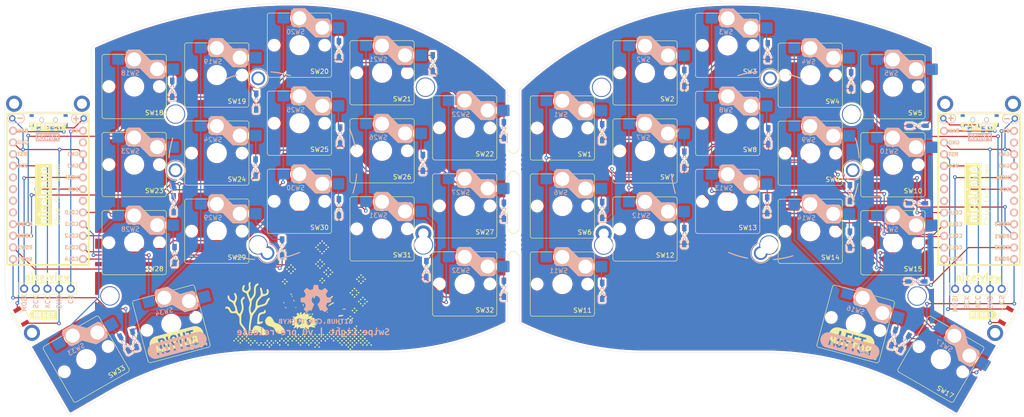
<source format=kicad_pcb>
(kicad_pcb (version 20211014) (generator pcbnew)
  (layers (0 "F.Cu" signal) (31 "B.Cu" signal) (34 "B.Paste" user) (35 "F.Paste" user) (36 "B.SilkS" user "B.Silkscreen") (37 "F.SilkS" user "F.Silkscreen") (38 "B.Mask" user) (39 "F.Mask" user) (44 "Edge.Cuts" user))
  (net 0 "")
  (net 1 "ROW0")
  (net 2 "Net-(D1-Pad2)")
  (net 3 "Net-(D2-Pad2)")
  (net 4 "Net-(D3-Pad2)")
  (net 5 "Net-(D4-Pad2)")
  (net 6 "Net-(D5-Pad2)")
  (net 7 "ROW1")
  (net 8 "Net-(D6-Pad2)")
  (net 9 "Net-(D7-Pad2)")
  (net 10 "Net-(D8-Pad2)")
  (net 11 "Net-(D9-Pad2)")
  (net 12 "Net-(D10-Pad2)")
  (net 13 "ROW2")
  (net 14 "Net-(D11-Pad2)")
  (net 15 "Net-(D12-Pad2)")
  (net 16 "Net-(D13-Pad2)")
  (net 17 "Net-(D14-Pad2)")
  (net 18 "Net-(D15-Pad2)")
  (net 19 "ROW3")
  (net 20 "Net-(D16-Pad2)")
  (net 21 "Net-(D17-Pad2)")
  (net 22 "Net-(D18-Pad2)")
  (net 23 "Net-(D19-Pad2)")
  (net 24 "Net-(D20-Pad2)")
  (net 25 "Net-(D21-Pad2)")
  (net 26 "Net-(D22-Pad2)")
  (net 27 "Net-(D23-Pad2)")
  (net 28 "Net-(D24-Pad2)")
  (net 29 "Net-(D25-Pad2)")
  (net 30 "Net-(D26-Pad2)")
  (net 31 "Net-(D27-Pad2)")
  (net 32 "Net-(D28-Pad2)")
  (net 33 "Net-(D29-Pad2)")
  (net 34 "Net-(D30-Pad2)")
  (net 35 "Net-(D31-Pad2)")
  (net 36 "Net-(D32-Pad2)")
  (net 37 "Net-(D33-Pad2)")
  (net 38 "Net-(D34-Pad2)")
  (net 39 "COL0")
  (net 40 "COL1")
  (net 41 "COL2")
  (net 42 "COL3")
  (net 43 "COL4")
  (net 44 "NVCS")
  (net 46 "GND")
  (net 47 "MOSI")
  (net 48 "SCK")
  (net 53 "+3V3")
  (net 54 "BT+")
  (net 61 "R_MOSI")
  (net 62 "R_SCK")
  (net 63 "R_3V3")
  (net 64 "R_GND")
  (net 65 "R_NVCS")
  (net 66 "R_ROW0")
  (net 67 "R_ROW1")
  (net 68 "R_ROW2")
  (net 69 "R_ROW3")
  (net 70 "R_COL0")
  (net 71 "R_COL1")
  (net 72 "R_COL2")
  (net 73 "R_COL3")
  (net 74 "R_COL4")
  (net 76 "R_BT+")
  (net 78 "RAW")
  (net 80 "R_RAW")
  (net 81 "RESET")
  (net 82 "R_RESET")
  (footprint "* duckyb-collection:SMD_Diode_Tiny" (layer "F.Cu") (at 72.333496 37.595 90)
    (fp_text reference "D19" hide)
    (fp_text value "diode" hide)
  )
  (footprint "* duckyb-collection:SMD_Diode_Tiny" (layer "F.Cu") (at 110.814496 29.24475 90)
    (fp_text reference "D21" hide)
    (fp_text value "diode" hide)
  )
  (footprint "* duckyb-collection:1pin_Battery" (layer "F.Cu") (at 19.2024 41.2496)
    (fp_text reference "BatGND1" hide)
    (fp_text value "MountingHole_Pad" hide)
  )
  (footprint "* duckyb-collection:1pin_Battery" (layer "F.Cu") (at 222.0214 41.2496)
    (fp_text reference "Bat+0" hide)
    (fp_text value "MountingHole_Pad" hide)
  )
  (footprint "* duckyb-collection:SW_Hotswap_Kailh_Choc_V1_tweaked" (layer "F.Cu") (at 139.041961 60.346064)
    (fp_text reference "SW6")
    (fp_text value "Kailh-Choc")
  )
  (footprint "* duckyb-collection:SMD_Diode_Tiny" (layer "F.Cu") (at 108.655496 50.96175 90)
    (fp_text reference "D26" hide)
    (fp_text value "diode" hide)
  )
  (footprint "* duckyb-collection:SW_Hotswap_Kailh_Choc_V1_tweaked" (layer "F.Cu") (at 63.757249 31.813724)
    (fp_text reference "SW19")
    (fp_text value "Kailh-Choc")
  )
  (footprint "LOGO" (layer "F.Cu") (at 81.522466 79.629)
    (fp_text reference "G***" hide)
    (fp_text value "LOGO" hide)
  )
  (footprint "* duckyb-collection:SW_Hotswap_Kailh_Choc_V1_tweaked" (layer "F.Cu") (at 157.041964 65.346069)
    (fp_text reference "SW12")
    (fp_text value "Kailh-Choc")
  )
  (footprint "* duckyb-collection:SMD_Diode_Tiny" (layer "F.Cu") (at 43.631496 90.33175 120)
    (fp_text reference "D33" hide)
    (fp_text value "diode" hide)
  )
  (footprint "* duckyb-collection:SW_Hotswap_Kailh_Choc_V1_tweaked" (layer "F.Cu") (at 117.756252 60.314218)
    (fp_text reference "SW27")
    (fp_text value "Kailh-Choc")
  )
  (footprint "* duckyb-collection:SMD_Diode_Tiny" (layer "F.Cu") (at 216.281961 59.767565)
    (fp_text reference "D10" hide)
    (fp_text value "diode" hide)
  )
  (footprint "swoop:M2_hole_4.2mm" (layer "F.Cu") (at 184.041963 68.845564)
    (fp_text reference "H4" hide)
    (fp_text value "M2 Hole" hide)
  )
  (footprint "chocolad:M2_hole_3.5mm" (layer "F.Cu") (at 222.416788 38.096192)
    (fp_text reference "Ref**" hide)
    (fp_text value "Val**" hide)
  )
  (footprint "* duckyb-collection:SW_Hotswap_Kailh_Choc_V1_tweaked" (layer "F.Cu") (at 81.75625 42.313719)
    (fp_text reference "SW25")
    (fp_text value "Kailh-Choc")
  )
  (footprint "* duckyb-collection:SMD_Diode_Tiny" (layer "F.Cu") (at 72.206496 51.97775 90)
    (fp_text reference "D24" hide)
    (fp_text value "diode" hide)
  )
  (footprint "* duckyb-collection:SMD_Diode_Tiny" (layer "F.Cu") (at 54.356 59.944 90)
    (fp_text reference "D23" hide)
    (fp_text value "diode" hide)
  )
  (footprint "* duckyb-collection:SMD_Diode_Tiny" (layer "F.Cu") (at 54.045496 34.83275 90)
    (fp_text reference "D18" hide)
    (fp_text value "diode" hide)
  )
  (footprint "* duckyb-collection:nice_view" (layer "F.Cu") (at 229.660161 61.926565)
    (fp_text reference "Display1")
    (fp_text value "nice!view" hide)
  )
  (footprint "* duckyb-collection:SW_RESET" (layer "F.Cu") (at 235.6358 84.2518 60)
    (fp_text reference "RSW0" hide)
    (fp_text value "SW_Push")
  )
  (footprint "* duckyb-collection:SMD_Diode_Tiny" (layer "F.Cu") (at 147.701961 44.273565 90)
    (fp_text reference "D1" hide)
    (fp_text value "diode" hide)
  )
  (footprint "* duckyb-collection:SMD_Diode_Tiny" (layer "F.Cu") (at 216.408961 42.876565)
    (fp_text reference "D5" hide)
    (fp_text value "diode" hide)
  )
  (footprint "* duckyb-collection:SW_Hotswap_Kailh_Choc_V1_tweaked" (layer "F.Cu") (at 99.756249 48.314217)
    (fp_text reference "SW26")
    (fp_text value "Kailh-Choc")
  )
  (footprint "Duckyb-Parts:mouse-bite-5mm-slot-with-space-for-track" (layer "F.Cu") (at 128.397 50.8)
    (fp_text reference "mouse-bite-2mm-slot" hide)
    (fp_text value "VAL**" hide)
  )
  (footprint "* duckyb-collection:SW_Hotswap_Kailh_Choc_V1_tweaked" (layer "F.Cu") (at 211.041963 51.34557)
    (fp_text reference "SW10")
    (fp_text value "Kailh-Choc")
  )
  (footprint "* duckyb-collection:SW_Hotswap_Kailh_Choc_V1_tweaked" (layer "F.Cu") (at 193.040961 65.845566)
    (fp_text reference "SW14")
    (fp_text value "Kailh-Choc")
  )
  (footprint "* duckyb-collection:SW_Hotswap_Kailh_Choc_V1_tweaked" (layer "F.Cu") (at 117.756254 43.314221)
    (fp_text reference "SW22")
    (fp_text value "Kailh-Choc")
  )
  (footprint "kibuzzard-63658823" (layer "F.Cu") (at 54.991 89.408 15)
    (fp_text reference "kibuzzard-63658823" hide)
    (fp_text value "G***" hide)
  )
  (footprint "* duckyb-collection:SW_Hotswap_Kailh_Choc_V1_tweaked" (layer "F.Cu") (at 99.756249 65.314223)
    (fp_text reference "SW31")
    (fp_text value "Kailh-Choc")
  )
  (footprint "swoop:M2_hole_3.5mm" (layer "F.Cu") (at 233.303139 87.993969)
    (fp_text reference "Ref**" hide)
    (fp_text value "Val**" hide)
  )
  (footprint "* duckyb-collection:SW_Hotswap_Kailh_Choc_V1_tweaked" (layer "F.Cu") (at 117.75625 77.314221)
    (fp_text reference "SW32")
    (fp_text value "Kailh-Choc")
  )
  (footprint "kibuzzard-636588C8" (layer "F.Cu") (at 231.521 57.912 90)
    (fp_text reference "kibuzzard-636588C8" hide)
    (fp_text value "G***" hide)
  )
  (footprint "* duckyb-collection:SMD_Diode_Tiny" (layer "F.Cu") (at 216.154961 76.785565)
    (fp_text reference "D15" hide)
    (fp_text value "diode" hide)
  )
  (footprint "* duckyb-collection:SMD_Diode_Tiny" (layer "F.Cu") (at 201.676 57.531 90)
    (fp_text reference "D9" hide)
    (fp_text value "diode" hide)
  )
  (footprint "swoop:M2_hole_4.2mm" (layer "F.Cu") (at 202.040962 40.345569)
    (fp_text reference "H3" hide)
    (fp_text value "M2 Hole" hide)
  )
  (footprint "* duckyb-collection:SMD_Diode_Tiny" (layer "F.Cu") (at 90.621496 44.99275 90)
    (fp_text reference "D25" hide)
    (fp_text value "diode" hide)
  )
  (footprint "* duckyb-collection:SW_Hotswap_Kailh_Choc_V1_tweaked" (layer "F.Cu") (at 81.756253 25.313722)
    (fp_text reference "SW20")
    (fp_text value "Kailh-Choc")
  )
  (footprint "* duckyb-collection:SW_Hotswap_Kailh_Choc_V1_tweaked" (layer "F.Cu") (at 45.75625 51.313724)
    (fp_text reference "SW23")
    (fp_text value "Kailh-Choc")
  )
  (footprint "* duckyb-collection:SMD_Diode_Tiny" (layer "F.Cu") (at 126.308496 43.84975 90)
    (fp_text reference "D22" hide)
    (fp_text value "diode" hide)
  )
  (footprint "kibuzzard-63658830" (layer "F.Cu") (at 202.057 89.408 -15)
    (fp_text reference "kibuzzard-63658830" hide)
    (fp_text value "G***" hide)
  )
  (footprint "* duckyb-collection:SW_Hotswap_Kailh_Choc_V1_tweaked" (layer "F.Cu") (at 157.041964 48.346063)
    (fp_text reference "SW7")
    (fp_text value "Kailh-Choc")
  )
  (footprint "* duckyb-collection:SW_Hotswap_Kailh_Choc_V1_tweaked" (layer "F.Cu") (at 221.478927 93.724187 -30)
    (fp_text reference "SW17")
    (fp_text value "Kailh-Choc")
  )
  (footprint "* duckyb-collection:SMD_Diode_Tiny" (layer "F.Cu") (at 201.930961 32.970565 90)
    (fp_text reference "D4" hide)
    (fp_text value "diode" hide)
  )
  (footprint "* duckyb-collection:SW_Hotswap_Kailh_Choc_V1_tweaked" (layer "F.Cu") (at 53.857209 86.013421 15)
    (fp_text reference "SW34")
    (fp_text value "Kailh-Choc")
  )
  (footprint "kibuzzard-6365884B" (layer "F.Cu") (at 228.473 57.785 90)
    (fp_text reference "kibuzzard-6365884B" hide)
    (fp_text value "G***" hide)
  )
  (footprint "* duckyb-collection:SW_Hotswap_Kailh_Choc_V1_tweaked" (layer "F.Cu") (at 175.041963 42.345565)
    (fp_text reference "SW8")
    (fp_text value "Kailh-Choc")
  )
  (footprint "* duckyb-collection:SMD_Diode_Tiny" (layer "F.Cu") (at 126.308496 61.37575 90)
    (fp_text reference "D27" hide)
    (fp_text value "diode" hide)
  )
  (footprint "* duckyb-collection:SW_Hotswap_Kailh_Choc_V1_tweaked" (layer "F.Cu") (at 45.75625 34.313721)
    (fp_text reference "SW18")
    (fp_text value "Kailh-Choc")
  )
  (footprint "* duckyb-collection:SMD_Diode_Tiny" (layer "F.Cu") (at 126.308496 78.39375 90)
    (fp_text reference "D32" hide)
    (fp_text value "diode" hide)
  )
  (footprint "* duckyb-collection:SW_Hotswap_Kailh_Choc_V1_tweaked" (layer "F.Cu") (at 175.041963 59.345566)
    (fp_text reference "SW13")
    (fp_text value "Kailh-Choc")
  )
  (footprint "* duckyb-collection:SW_Hotswap_Kailh_Choc_V1_tweaked" (layer "F.Cu") (at 211.041966 68.345564)
    (fp_text reference "SW15")
    (fp_text value "Kailh-Choc")
  )
  (footprint "* duckyb-collection:SMD_Diode_Tiny" (layer "F.Cu") (at 213.614961 90.120565 60)
    (fp_text reference "D17" hide)
    (fp_text value "diode" hide)
  )
  (footprint "* duckyb-collection:SMD_Diode_Tiny" (layer "F.Cu") (at 147.701961 78.817565 90)
    (fp_text reference "D11" hide)
    (fp_text value "diode" hide)
  )
  (footprint "kibuzzard-63659477" (layer "F.Cu") (at 230.759 83.9978)
    (fp_text reference "kibuzzard-63659477" hide)
    (fp_text value "G***" hide)
  )
  (footprint "* duckyb-collection:SMD_Diode_Tiny" (layer "F.Cu") (at 77.978 69.37975 90)
    (fp_text reference "D29" hide)
    (fp_text value "diode" hide)
  )
  (footprint "* duckyb-collection:SMD_Diode_Tiny" (layer "F.Cu") (at 165.608961 32.462565 90)
    (fp_text reference "D2" hide)
    (fp_text value "diode" hide)
  )
  (footprint "* duckyb-collection:SMD_Diode_Tiny" (layer "F.Cu") (at 183.896961 45.142565 90)
    (fp_text reference "D8" hide)
    (fp_text value "diode" hide)
  )
  (footprint "* duckyb-collection:SMD_Diode_Tiny" (layer "F.Cu") (at 211.153864 89.025663 75)
    (fp_text reference "D16" hide)
    (fp_text value "diode" hide)
  )
  (footprint "kibuzzard-636588C8" (layer "F.Cu") (at 29.083 57.912 90)
    (fp_text reference "kibuzzard-636588C8" hide)
    (fp_text value "G***" hide)
  )
  (footprint "* duckyb-collection:SMD_Diode_Tiny" (layer "F.Cu") (at 45.847 89.408 105)
    (fp_text reference "D34" hide)
    (fp_text value "diode" hide)
  )
  (footprint "* duckyb-collection:SW_Hotswap_Kailh_Choc_V1_tweaked" (layer "F.Cu") (at 63.757252 65.81372)
    (fp_text reference "SW29")
    (fp_text value "Kailh-Choc")
  )
  (footprint "kibuzzard-63658865" (layer "F.Cu") (at 26.035 57.912 90)
    (fp_text reference "kibuzzard-63658865" hide)
    (fp_text value "G***" hide)
  )
  (footprint "* duckyb-collection:SMD_Diode_Tiny" (layer "F.Cu") (at 90.367496 26.19675 90)
    (fp_text reference "D20" hide)
    (fp_text value "diode" hide)
  )
  (footprint "* duckyb-collection:SW_Hotswap_Kailh_Choc_V1_tweaked" (layer "F.Cu") (at 193.040961 48.845565)
    (fp_text reference "SW9")
    (fp_text value "Kailh-Choc")
  )
  (footprint "* duckyb-collection:SW_Hotswap_Kailh_Choc_V1_tweaked" (layer "F.Cu") (at 211.041963 34.345567)
    (fp_text reference "SW5")
    (fp_text value "Kailh-Choc")
  )
  (footprint "* duckyb-collection:SMD_Diode_Tiny" (layer "F.Cu") (at 183.769961 26.620565 90)
    (fp_text reference "D3" hide)
    (fp_text value "diode" hide)
  )
  (footprint "* duckyb-collection:SMD_Diode_Tiny" (layer "F.Cu") (at 201.676961 67.641565 90)
    (fp_text reference "D14" hide)
    (fp_text value "diode" hide)
  )
  (footprint "* duckyb-collection:SMD_Diode_Tiny" (layer "F.Cu") (at 90.367496 60.61375 90)
    (fp_text reference "D30" hide)
    (fp_text value "diode" hide)
  )
  (footprint "swoop:M2_hole_4.2mm" (layer "F.Cu") (at 216.323118 79.955998)
    (fp_text reference "H4" hide)
    (fp_text value "M2 Hole" hide)
  )
  (footprint "* duckyb-collection:SMD_Diode_Tiny" (layer "F.Cu") (at 183.642 60.201 90)
    (fp_text reference "D13" hide)
    (fp_text value "diode" hide)
  )
  (footprint "* duckyb-collection:SMD_Diode_Tiny" (layer "F.Cu") (at 165.608961 66.879565 90)
    (fp_text reference "D12" hide)
    (fp_text value "diode" hide)
  )
  (footprint "* duckyb-collection:Tenting_Puck2_no_pads" (layer "F.Cu") (at 73.787 51.562 3)
    (fp_text reference "REF_PUCK_R")
    (fp_text value "Tenting Puck")
  )
  (footprint "* duckyb-collection:SMD_Diode_Tiny" (layer "F.Cu") (at 54.553496 71.02775 90)
    (fp_text reference "D28" hide)
    (fp_text value "diode" hide)
  )
  (footprint "* duckyb-collection:SW_Hotswap_Kailh_Choc_V1_tweaked" (layer "F.Cu") (at 139.041963 77.346067)
    (fp_text reference "SW11")
    (fp_text value "Kailh-Choc")
  )
  (footprint "* duckyb-collection:SMD_Diode_Tiny" (layer "F.Cu") (at 165.608961 50.242565 90)
    (fp_text reference "D7" hide)
    (fp_text value "diode" hide)
  )
  (footprint "* duckyb-collection:SW_Hotswap_Kailh_Choc_V1_tweaked" (layer "F.Cu") (at 99.756251 31.314222)
    (fp_text reference "SW21")
    (fp_text value "Kailh-Choc")
  )
  (footprint "* duckyb-collection:SMD_Diode_Tiny" (layer "F.Cu") (at 109.417496 74.07575 90)
    (fp_text reference "D31" hide)
    (fp_text value "diode" hide)
  )
  (footprint "* duckyb-collection:SW_Hotswap_Kailh_Choc_V1_tweaked" (layer "F.Cu") (at 35.319286 93.692341 30)
    (fp_text reference "SW33")
    (fp_text value "Kailh-Choc")
  )
  (footprint "swoop:M2_hole_4.2mm" (layer "F.Cu") (at 147.574961 34.494565)
    (fp_text reference "H1" hide)
    (fp_text value "M2 Hole" hide)
  )
  (footprint "* duckyb-collection:Tenting_Puck2_no_pads" (layer "F.Cu") (at 183.261 51.562 -3)
    (fp_text reference "REF_PUCK_R")
    (fp_text value "Tenting Puck")
  )
  (footprint "kibuzzard-63659296" (layer "F.Cu") (at 229.806991 43.053)
    (fp_text reference "kibuzzard-63659296" hide)
    (fp_text value "G***" hide)
  )
  (footprint "Duckyb-Parts:mouse-bite-5mm-slot-with-space-for-track" (layer "F.Cu") (at 128.397 68.2625)
    (fp_text reference "mouse-bite-2mm-slot" hide)
    (fp_text value "VAL**" hide)
  )
  (footprint "* duckyb-collection:SW_Hotswap_Kailh_Choc_V1_tweaked" (layer "F.Cu") (at 63.757252 48.813719)
    (fp_text reference "SW24")
    (fp_text value "Kailh-Choc")
  )
  (footprint "* duckyb-collection:nice_view" (layer "F.Cu") (at 26.867496 61.88375)
    (fp_text reference "Display2")
    (fp_text value "nice!view" hide)
  )
  (footprint "kibuzzard-63659465" (layer "F.Cu") (at 25.908 84.0232)
    (fp_text reference "kibuzzard-63659465" hide)
    (fp_text value "G***" hide)
  )
  (footprint "* duckyb-collection:1pin_Battery" (layer "F.Cu") (at 34.7472 41.275 180)
    (fp_text reference "Bat+1" hide)
    (fp_text value "MountingHole_Pad" hide)
  )
  (footprint "chocolad:M2_hole_3.5mm" (layer "F.Cu") (at 237.19811 38.095735)
    (fp_text reference "Ref**" hide)
    (fp_text value "Val**" hide)
  )
  (footprint "* duckyb-collection:SW_Hotswap_Kailh_Choc_V1_tweaked" (layer "F.Cu") (at 193.040964 31.84557)
    (fp_text reference "SW4")
    (fp_text value "Kailh-Choc")
  )
  (footprint "* duckyb-collection:SW_Hotswap_Kailh_Choc_V1_tweaked" (layer "F.Cu") (at 157.041962 31.346068)
    (fp_text reference "SW2")
    (fp_text value "Kailh-Choc")
  )
  (footprint "* duckyb-collection:SW_Hotswap_Kailh_Choc_V1_tweaked" (layer "F.Cu") (at 81.75625 59.31372)
    (fp_text reference "SW30")
    (fp_text value "Kailh-Choc")
  )
  (footprint "LOGO" (layer "F.Cu") (at 81.522466 79.629)
    (fp_text reference "G***" hide)
    (fp_text value "LOGO" hide)
  )
  (footprint "kibuzzard-636592CC" (layer "F.Cu") (at 26.991222 43.053)
    (fp_text reference "kibuzzard-636592CC" hide)
    (fp_text value "G***" hide)
  )
  (footprint "swoop:M2_hole_4.2mm" (layer "F.Cu") (at 148.041963 68.846065)
    (fp_text reference "H2" hide)
    (fp_text value "M2 Hole" hide)
  )
  (footprint "* duckyb-collection:SW_Hotswap_Kailh_Choc_V1_tweaked" (layer "F.Cu") (at 202.941004 86.045267 -15)
    (fp_text reference "SW16")
    (fp_text value "Kailh-Choc")
  )
  (footprint "* duckyb-collection:SW_Hotswap_Kailh_Choc_V1_tweaked" (layer "F.Cu") (at 175.04196 25.345568)
    (fp_text reference "SW3")
    (fp_text value "Kailh-Choc")
  )
  (footprint "* duckyb-collection:SMD_Diode_Tiny" (layer "F.Cu") (at 147.701 61.214 90)
    (fp_text reference "D6" hide)
    (fp_text value "diode" hide)
  )
  (footprint "* duckyb-collection:SW_Hotswap_Kailh_Choc_V1_tweaked" (layer "F.Cu") (at 45.756247 68.313718)
    (fp_text reference "SW28")
    (fp_text value "Kailh-Choc")
  )
  (footprint "* duckyb-collection:SW_Hotswap_Kailh_Choc_V1_tweaked" (layer "F.Cu") (at 139.041959 43.346067)
    (fp_text reference "SW1")
    (fp_text value "Kailh-Choc")
  )
  (footprint "* duckyb-collection:1pin_Battery" (layer "F.Cu") (at 237.5916 41.3004 180)
    (fp_text reference "BatGND0" hide)
    (fp_text value "MountingHole_Pad" hide)
  )
  (footprint "* duckyb-collection:SW_RESET" (layer "F.Cu") (at 21.1582 84.4042 120)
    (fp_text reference "RSW1" hide)
    (fp_text value "SW_Push")
  )
  (footprint "LOGO" (layer "F.Cu") (at 81.531348 79.622619)
    (fp_text reference "G***" hide)
    (fp_text value "LOGO" hide)
  )
  (footprint "swoop:M2_hole_4.2mm" (layer "B.Cu") (at 108.75625 68.814219 180)
    (fp_text reference "H2" hide)
    (fp_text value "M2 Hole" hide)
  )
  (footprint "swoop:M2_hole_3.5mm" (layer "B.Cu") (at 108.75625 66.314219 180)
    (fp_text reference "Ref**" hide)
    (fp_text value "Val**" hide)
  )
  (footprint "chocolad:M2_hole_3.5mm" (layer "B.Cu") (at 34.381425 38.064346 180)
    (fp_text reference "Ref**" hide)
    (fp_text value "Val**" hide)
  )
  (footprint "* duckyb-collection:SPDT_C128955" (layer "B.Cu") (at 27.1272 41.5798 180)
    (fp_text reference "SW_POWER1" hide)
    (fp_text value "SW_SPDT")
  )
  (footprint "kibuzzard-6361375E" (layer "B.Cu") (at 201.676 90.805 165)
    (fp_text reference "kibuzzard-6361375E" hide)
    (fp_text value "G***" hide)
  )
  (footprint "swoop:M2_hole_3.5mm" (layer "B.Cu") (at 23.495074 87.962123 180)
    (fp_text reference "Ref**" hide)
    (fp_text value "Val**" hide)
  )
  (footprint "swoop:M2_hole_4.2mm" (layer "B.Cu") (at 40.475095 79.924152 180)
    (fp_text reference "H4" hide)
    (fp_text value "M2 Hole" hide)
  )
  (footprint "kibuzzard-6365951E" (layer "B.Cu") (at 229.997 45.339 180)
    (fp_text reference "kibuzzard-6365951E" hide)
    (fp_text value "G***" hide)
  )
  (footprint "swoop:M2_hole_3.5mm" (layer "B.Cu") (at 148.041963 66.346065 180)
    (fp_text reference "Ref**" hide)
    (fp_text value "Val**" hide)
  )
  (footprint "swoop:M2_hole_4.2mm" (layer "B.Cu") (at 109.223252 34.462719 180)
    (fp_text reference "H1" hide)
    (fp_text value "M2 Hole" hide)
  )
  (footprint "Symbol:OSHW-Symbol_6.7x6mm_SilkScreen" (layer "B.Cu") (at 85.344 80.518 180)
    (fp_text reference "REF**" hide)
    (fp_text value "OSHW-Symbol_6.7x6mm_SilkScreen" hide)
  )
  (footprint "chocolad:M2_hole_3.5mm" (layer "B.Cu") (at 19.600103 38.063889 180)
    (fp_text reference "Ref**" hide)
    (fp_text value "Val**" hide)
  )
  (footprint "kibuzzard-6361375E" (layer "B.Cu") (at 55.118 90.678 -165)
    (fp_text reference "kibuzzard-6361375E" hide)
    (fp_text value "G***" hide)
  )
  (footprint "* duckyb-collection:nice_nano" (layer "B.Cu") (at 26.991222 57.927386 -90)
    (fp_text reference "U2" hide)
    (fp_text value "nice_nano" hide)
  )
  (footprint "kibuzzard-6365950B" (layer "B.Cu") (at 26.924 45.339 180)
    (fp_text reference "kibuzzard-6365950B" hide)
    (fp_text value "G***" hide)
  )
  (footprint "kibuzzard-63659328" (layer "B.Cu") (at 85.2932 85.4456 180)
    (fp_text reference "kibuzzard-63659328" hide)
    (fp_text value "G***" hide)
  )
  (footprint "swoop:M2_hole_4.2mm" (layer "B.Cu") (at 54.757251 40.313723 180)
    (fp_text reference "H3" hide)
    (fp_text value "M2 Hole" hide)
  )
  (footprint "swoop:M2_hole_4.2mm" (layer "B.Cu") (at 72.75625 68.813718 180)
    (fp_text reference "H4" hide)
    (fp_text value "M2 Hole" hide)
  )
  (footprint "kibuzzard-6361C7AA" (layer "B.Cu") (at 84.7598 87.8332 180)
    (fp_text reference "kibuzzard-6361C7AA" hide)
    (fp_text value "G***" hide)
  )
  (footprint "* duckyb-collection:SPDT_C128955" (layer "B.Cu") (at 229.9462 41.5798 180)
    (fp_text reference "SW_POWER0" hide)
    (fp_text value "SW_SPDT")
  )
  (footprint "* duckyb-collection:nice_nano" (layer "B.Cu") (at 229.806991 57.959232 -90)
    (fp_text reference "U1" hide)
    (fp_text value "nice_nano" hide)
  )
  (gr_arc (start 36.821421 25.505625) (mid 58.394491 18.44351) (end 80.980867 16.179356) (layer "Edge.Cuts") (width 0.05))
  (gr_line (start 129.667 48.26) (end 129.3114 48.26) (layer "Edge.Cuts") (width 0.05))
  (gr_line (start 129.667 53.34) (end 129.667 65.786) (layer "Edge.Cuts") (width 0.05))
  (gr_line (start 224.916896 39.846078) (end 234.69774 39.845474) (layer "Edge.Cuts") (width 0.05))
  (gr_arc (start 235.197746 39.345473) (mid 235.051358 39.699112) (end 234.69774 39.845474) (layer "Edge.Cuts") (width 0.05))
  (gr_line (start 127.127 48.2854) (end 127.4826 48.2854) (layer "Edge.Cuts") (width 0.05))
  (gr_arc (start 17.600166 38.063853) (mid 18.18591 36.649566) (end 19.600155 36.063711) (layer "Edge.Cuts") (width 0.05))
  (gr_arc (start 237.198058 36.095557) (mid 238.612297 36.681421) (end 239.198047 38.095699) (layer "Edge.Cuts") (width 0.05))
  (gr_line (start 221.166792 36.096188) (end 222.416732 36.09601) (layer "Edge.Cuts") (width 0.05))
  (gr_line (start 129.667 70.866) (end 129.3368 70.866) (layer "Edge.Cuts") (width 0.05))
  (gr_line (start 129.667 70.866) (end 129.667 85.471) (layer "Edge.Cuts") (width 0.05))
  (gr_line (start 127.131213 35.189247) (end 127.127 48.2854) (layer "Edge.Cuts") (width 0.05))
  (gr_arc (start 127.131213 85.439154) (mid 127.020594 85.830359) (end 126.72142 86.105624) (layer "Edge.Cuts") (width 0.05))
  (gr_arc (start 126.72142 86.105624) (mid 113.586327 90.70859) (end 99.755823 92.269081) (layer "Edge.Cuts") (width 0.05))
  (gr_arc (start 224.916896 39.846078) (mid 224.563344 39.699614) (end 224.416897 39.346075) (layer "Edge.Cuts") (width 0.05))
  (gr_arc (start 32.286901 105.69056) (mid 31.71778 105.765478) (end 31.262382 105.416041) (layer "Edge.Cuts") (width 0.05))
  (gr_arc (start 129.286 65.786) (mid 128.397 66.342587) (end 127.508 65.786) (layer "Edge.Cuts") (width 0.05))
  (gr_line (start 127.127 65.786) (end 127.508 65.786) (layer "Edge.Cuts") (width 0.05))
  (gr_arc (start 183.048186 92.300927) (mid 200.644751 94.617672) (end 217.042024 101.410007) (layer "Edge.Cuts") (width 0.05))
  (gr_line (start 39.756189 101.378161) (end 32.286901 105.69056) (layer "Edge.Cuts") (width 0.05))
  (gr_line (start 36.38142 26.188386) (end 36.38142 35.314341) (layer "Edge.Cuts") (width 0.05))
  (gr_line (start 127.127 70.866) (end 127.4572 70.866) (layer "Edge.Cuts") (width 0.05))
  (gr_line (start 32.381316 39.314229) (end 32.381497 38.064297) (layer "Edge.Cuts") (width 0.05))
  (gr_arc (start 36.38142 35.314341) (mid 36.161726 35.844656) (end 35.631421 36.064342) (layer "Edge.Cuts") (width 0.05))
  (gr_line (start 235.197746 39.345473) (end 235.197922 38.095548) (layer "Edge.Cuts") (width 0.05))
  (gr_line (start 224.511312 105.722406) (end 217.042024 101.410007) (layer "Edge.Cuts") (width 0.05))
  (gr_line (start 21.600291 38.063702) (end 21.600467 39.313627) (layer "Edge.Cuts") (width 0.05))
  (gr_arc (start 80.980867 16.179356) (mid 105.735153 20.972378) (end 126.911422 34.658625) (layer "Edge.Cuts") (width 0.05))
  (gr_arc (start 129.667 35.221093) (mid 129.72411 34.933914) (end 129.886791 34.690471) (layer "Edge.Cuts") (width 0.05))
  (gr_line (start 183.048186 92.300927) (end 157.04239 92.300927) (layer "Edge.Cuts") (width 0.05))
  (gr_arc (start 157.04239 92.300927) (mid 143.211884 90.740443) (end 130.076793 86.13747) (layer "Edge.Cuts") (width 0.05))
  (gr_line (start 19.710289 85.40746) (end 31.262382 105.416041) (layer "Edge.Cuts") (width 0.05))
  (gr_arc (start 39.756189 101.378161) (mid 56.153464 94.585838) (end 73.750027 92.269081) (layer "Edge.Cuts") (width 0.05))
  (gr_arc (start 239.1983 77.562842) (mid 238.661623 81.640001) (end 237.087924 85.439306) (layer "Edge.Cuts") (width 0.05))
  (gr_arc (start 19.600155 36.063711) (mid 21.014435 36.649448) (end 21.600291 38.063702) (layer "Edge.Cuts") (width 0.05))
  (gr_line (start 127.127 53.34) (end 127.127 65.786) (layer "Edge.Cuts") (width 0.05))
  (gr_arc (start 219.976792 25.537471) (mid 220.297233 25.814123) (end 220.416793 26.220232) (layer "Edge.Cuts") (width 0.05))
  (gr_arc (start 126.911422 34.658625) (mid 127.074091 34.902076) (end 127.131213 35.189247) (layer "Edge.Cuts") (width 0.05))
  (gr_arc (start 19.710289 85.40746) (mid 18.136583 81.608156) (end 17.599913 77.530996) (layer "Edge.Cuts") (width 0.05))
  (gr_line (start 127.127 53.34) (end 127.4826 53.34) (layer "Edge.Cuts") (width 0.05))
  (gr_line (start 17.599913 77.530996) (end 17.600166 38.063853) (layer "Edge.Cuts") (width 0.05))
  (gr_line (start 129.667 65.786) (end 129.286 65.786) (layer "Edge.Cuts") (width 0.05))
  (gr_line (start 34.381481 36.064164) (end 35.631421 36.064342) (layer "Edge.Cuts") (width 0.05))
  (gr_line (start 129.667 35.221093) (end 129.667 48.26) (layer "Edge.Cuts") (width 0.05))
  (gr_arc (start 36.38142 26.188386) (mid 36.50099 25.782284) (end 36.821421 25.505625) (layer "Edge.Cuts") (width 0.05))
  (gr_arc (start 129.886791 34.690471) (mid 151.063061 21.004226) (end 175.817346 16.211202) (layer "Edge.Cuts") (width 0.05))
  (gr_line (start 225.535831 105.447887) (end 237.087924 85.439306) (layer "Edge.Cuts") (width 0.05))
  (gr_arc (start 127.4572 70.866) (mid 128.397 70.199968) (end 129.3368 70.866) (layer "Edge.Cuts") (width 0.05))
  (gr_arc (start 32.381316 39.314229) (mid 32.234849 39.667773) (end 31.881317 39.814232) (layer "Edge.Cuts") (width 0.05))
  (gr_line (start 99.755823 92.269081) (end 73.750027 92.269081) (layer "Edge.Cuts") (width 0.05))
  (gr_line (start 22.100473 39.813628) (end 31.881317 39.814232) (layer "Edge.Cuts") (width 0.05))
  (gr_arc (start 225.535831 105.447887) (mid 225.080415 105.797308) (end 224.511312 105.722406) (layer "Edge.Cuts") (width 0.05))
  (gr_arc (start 175.817346 16.211202) (mid 198.403723 18.475356) (end 219.976792 25.537471) (layer "Edge.Cuts") (width 0.05))
  (gr_line (start 239.198047 38.095699) (end 239.1983 77.562842) (layer "Edge.Cuts") (width 0.05))
  (gr_arc (start 235.197922 38.095548) (mid 235.783766 36.681319) (end 237.198058 36.095557) (layer "Edge.Cuts") (width 0.05))
  (gr_arc (start 221.166792 36.096188) (mid 220.636463 35.876501) (end 220.416793 35.346187) (layer "Edge.Cuts") (width 0.05))
  (gr_arc (start 127.4826 53.34) (mid 128.397 52.730171) (end 129.3114 53.34) (layer "Edge.Cuts") (width 0.05))
  (gr_line (start 127.131213 85.439154) (end 127.127 70.866) (layer "Edge.Cuts") (width 0.05))
  (gr_line (start 224.416716 38.096143) (end 224.416897 39.346075) (layer "Edge.Cuts") (width 0.05))
  (gr_arc (start 22.100473 39.813628) (mid 21.746848 39.667236) (end 21.600467 39.313627) (layer "Edge.Cuts") (width 0.05))
  (gr_arc (start 222.416732 36.09601) (mid 223.830937 36.681895) (end 224.416716 38.096143) (layer "Edge.Cuts") (width 0.05))
  (gr_arc (start 129.3114 48.26) (mid 128.405338 48.87307) (end 127.4826 48.2854) (layer "Edge.Cuts") (width 0.05))
  (gr_arc (start 32.381497 38.064297) (mid 32.967284 36.650053) (end 34.381481 36.064164) (layer "Edge.Cuts") (width 0.05))
  (gr_arc (start 130.076793 86.13747) (mid 129.777633 85.862196) (end 129.667 85.471) (layer "Edge.Cuts") (width 0.05))
  (gr_line (start 129.667 53.34) (end 129.3114 53.34) (layer "Edge.Cuts") (width 0.05))
  (gr_line (start 220.416793 35.346187) (end 220.416793 26.220232) (layer "Edge.Cuts") (width 0.05))
  (gr_text "VCC" (at 229.489 79.706565 -90) (layer "B.SilkS") (effects (font (size 1 1)) (justify right mirror)))
  (gr_text "ROW3" (at 234.820926 71.877876) (layer "B.SilkS") (effects (font (size 0.8 0.8)) (justify mirror)))
  (gr_text "MOSI" (at 21.717 79.629 -90) (layer "B.SilkS") (effects (font (size 1 1)) (justify right mirror)))
  (gr_text "VCC" (at 26.867496 79.66375 -90) (layer "B.SilkS") (effects (font (size 1 1)) (justify right mirror)))
  (gr_text "COL4" (at 224.663 71.882) (layer "B.SilkS") (effects (font (size 0.8 0.8)) (justify mirror)))
  (gr_text "COL2" (at 32.131 66.802) (layer "B.SilkS") (effects (font (size 0.8 0.8)) (justify mirror)))
  (gr_text "CS" (at 31.877 79.629 -90) (layer "B.SilkS") (effects (font (size 1 1)) (justify right mirror)))
  (gr_text "GND" (at 232.156 79.756 -90) (layer "B.SilkS") (effects (font (size 1 1)) (justify right mirror)))
  (gr_text "SCK" (at 227.076 79.756 -90) (layer "B.SilkS") (effects (font (size 1 1)) (justify right mirror)))
  (gr_text "GND" (at 29.337 79.629 -90) (layer "B.SilkS") (effects (font (size 1 1)) (justify right mirror)))
  (gr_text "MOSI" (at 224.536 79.756 -90) (layer "B.SilkS") (effects (font (size 1 1)) (justify right mirror)))
  (gr_text "CS" (at 234.696 79.629 -90) (layer "B.SilkS") (effects (font (size 1 1)) (justify right mirror)))
  (gr_text "SCK" (at 24.257 79.629 -90) (layer "B.SilkS") (effects (font (size 1 1)) (justify right mirror)))
  (gr_text "ROW1" (at 234.823 66.929) (layer "B.SilkS") (effects (font (size 0.8 0.8)) (justify mirror)))
  (gr_text "ROW3" (at 21.971 72.009) (layer "B.SilkS") (effects (font (size 0.8 0.8)) (justify mirror)))
  (gr_text "COL4" (at 32.131 71.882) (layer "B.SilkS") (effects (font (size 0.8 0.8)) (justify mirror)))
  (gr_text "ROW3" (at 234.823 71.882) (layer "F.SilkS") (effects (font (size 0.8 0.8))))
  (gr_text "COL4" (at 32.131 71.882) (layer "F.SilkS") (effects (font (size 0.8 0.8))))
  (gr_text "COL4" (at 224.663 71.882) (layer "F.SilkS") (effects (font (size 0.8 0.8))))
  (gr_text "nice!view" (at 26.8732 75.819) (layer "F.SilkS") (effects (font (size 1.5 1.5) (thickness 0.3))))
  (gr_text "ROW3" (at 21.971 72.009) (layer "F.SilkS") (effects (font (size 0.8 0.8))))
  (gr_text "nice!view" (at 229.6922 75.8698) (layer "F.SilkS") (effects (font (size 1.5 1.5) (thickness 0.3))))
  (gr_text "ROW1" (at 234.823 66.929) (layer "F.SilkS") (effects (font (size 0.8 0.8))))
  (gr_text "COL2" (at 32.131 66.802) (layer "F.SilkS") (effects (font (size 0.8 0.8))))
  (segment (start 165.608961 37.161565) (end 165.608961 34.237565) (width 0.25) (layer "F.Cu") (net 1))
  (segment (start 165.608961 34.237565) (end 165.859961 33.986565) (width 0.25) (layer "F.Cu") (net 1))
  (segment (start 173.358961 28.395565) (end 183.769961 28.395565) (width 0.25) (layer "F.Cu") (net 1))
  (segment (start 147.952961 45.797565) (end 156.972961 45.797565) (width 0.25) (layer "F.Cu") (net 1))
  (segment (start 199.638513 34.745565) (end 201.930961 34.745565) (width 0.25) (layer "F.Cu") (net 1))
  (segment (start 201.930961 34.745565) (end 201.930961 36.103458) (width 0.25) (layer "F.Cu") (net 1))
  (segment (start 218.047839 45.190043) (end 215.734361 42.876565) (width 0.25) (layer "F.Cu") (net 1))
  (segment (start 183.769961 28.395565) (end 193.288513 28.395565) (width 0.25) (layer "F.Cu") (net 1))
  (segment (start 147.701961 46.048565) (end 147.952961 45.797565) (width 0.25) (layer "F.Cu") (net 1))
  (segment (start 193.288513 28.395565) (end 199.638513 34.745565) (width 0.25) (layer "F.Cu") (net 1))
  (segment (start 234.015661 64.085565) (end 234.239328 64.309232) (width 0.25) (layer "F.Cu") (net 1))
  (segment (start 156.972961 45.797565) (end 165.608961 37.161565) (width 0.25) (layer "F.Cu") (net 1))
  (segment (start 234.239328 64.309232) (end 237.426991 64.309232) (width 0.25) (layer "F.Cu") (net 1))
  (segment (start 233.907483 45.190043) (end 233.934961 45.162565) (width 0.25) (layer "F.Cu") (net 1))
  (segment (start 218.047839 45.190043) (end 233.907483 45.190043) (width 0.25) (layer "F.Cu") (net 1))
  (segment (start 208.704068 42.876565) (end 214.633961 42.876565) (width 0.25) (layer "F.Cu") (net 1))
  (segment (start 201.930961 36.103458) (end 208.704068 42.876565) (width 0.25) (layer "F.Cu") (net 1))
  (segment (start 165.859961 33.986565) (end 167.767961 33.986565) (width 0.25) (layer "F.Cu") (net 1))
  (segment (start 167.767961 33.986565) (end 173.358961 28.395565) (width 0.25) (layer "F.Cu") (net 1))
  (via (at 234.015661 64.085565) (size 0.8) (drill 0.4) (layers "F.Cu" "B.Cu") (net 1))
  (via (at 233.934961 45.162565) (size 0.8) (drill 0.4) (layers "F.Cu" "B.Cu") (net 1))
  (segment (start 233.934961 64.004865) (end 234.015661 64.085565) (width 0.25) (layer "B.Cu") (net 1))
  (segment (start 233.934961 45.162565) (end 233.934961 64.004865) (width 0.25) (layer "B.Cu") (net 1))
  (segment (start 147.541959 39.546067) (end 147.541959 42.338563) (width 0.25) (layer "B.Cu") (net 2))
  (segment (start 147.541959 42.338563) (end 147.701961 42.498565) (width 0.25) (layer "B.Cu") (net 2))
  (segment (start 165.541962 27.546068) (end 165.541962 30.620566) (width 0.25) (layer "B.Cu") (net 3))
  (segment (start 165.541962 30.620566) (end 165.608961 30.687565) (width 0.25) (layer "B.Cu") (net 3))
  (segment (start 183.54196 24.617564) (end 183.769961 24.845565) (width 0.25) (layer "B.Cu") (net 4))
  (segment (start 183.54196 21.545568) (end 183.54196 24.617564) (width 0.25) (layer "B.Cu") (net 4))
  (segment (start 201.930961 28.435567) (end 201.930961 31.195565) (width 0.25) (layer "B.Cu") (net 5))
  (segment (start 201.540964 28.04557) (end 201.930961 28.435567) (width 0.25) (layer "B.Cu") (net 5))
  (segment (start 219.541963 30.545567) (end 219.541963 41.518563) (width 0.25) (layer "B.Cu") (net 6))
  (segment (start 219.541963 41.518563) (end 218.183961 42.876565) (width 0.25) (layer "B.Cu") (net 6))
  (segment (start 165.608961 52.017565) (end 165.732961 51.893565) (width 0.25) (layer "F.Cu") (net 7))
  (segment (start 166.751243 51.893565) (end 171.727243 46.917565) (width 0.25) (layer "F.Cu") (net 7))
  (segment (start 165.608961 53.035847) (end 165.608961 52.017565) (width 0.25) (layer "F.Cu") (net 7))
  (segment (start 149.860961 52.663461) (end 150.768084 53.570584) (width 0.25) (layer "F.Cu") (net 7))
  (segment (start 235.425805 60.568421) (end 235.464661 60.529565) (width 0.25) (layer "F.Cu") (net 7))
  (segment (start 150.768084 53.570584) (end 165.074224 53.570584) (width 0.25) (layer "F.Cu") (net 7))
  (segment (start 171.727243 46.917565) (end 183.896961 46.917565) (width 0.25) (layer "F.Cu") (net 7))
  (segment (start 183.896961 48.055869) (end 186.191572 50.35048) (width 0.25) (layer "F.Cu") (net 7))
  (segment (start 191.61206 50.35048) (end 192.898145 51.636565) (width 0.25) (layer "F.Cu") (net 7))
  (segment (start 165.074224 53.570584) (end 165.608961 53.035847) (width 0.25) (layer "F.Cu") (net 7))
  (segment (start 214.045396 59.306) (end 214.506961 59.767565) (width 0.25) (layer "F.Cu") (net 7))
  (segment (start 165.732961 51.893565) (end 166.751243 51.893565) (width 0.25) (layer "F.Cu") (net 7))
  (segment (start 216.408217 60.568421) (end 235.425805 60.568421) (width 0.25) (layer "F.Cu") (net 7))
  (segment (start 183.896961 46.917565) (end 183.896961 48.055869) (width 0.25) (layer "F.Cu") (net 7))
  (segment (start 186.191572 50.35048) (end 191.61206 50.35048) (width 0.25) (layer "F.Cu") (net 7))
  (segment (start 197.204924 51.636565) (end 199.072859 53.5045) (width 0.25) (layer "F.Cu") (net 7))
  (segment (start 201.676 59.306) (end 214.045396 59.306) (width 0.25) (layer "F.Cu") (net 7))
  (segment (start 192.898145 51.636565) (end 197.204924 51.636565) (width 0.25) (layer "F.Cu") (net 7))
  (segment (start 149.860961 52.274565) (end 149.860961 52.663461) (width 0.25) (layer "F.Cu") (net 7))
  (segment (start 215.607361 59.767565) (end 216.408217 60.568421) (width 0.25) (layer "F.Cu") (net 7))
  (via (at 199.072859 53.5045) (size 0.8) (drill 0.4) (layers "F.Cu" "B.Cu") (net 7))
  (via (at 235.464661 60.529565) (size 0.8) (drill 0.4) (layers "F.Cu" "B.Cu") (net 7))
  (via (at 149.860961 52.274565) (size 0.8) (drill 0.4) (layers "F.Cu" "B.Cu") (net 7))
  (segment (start 199.072859 55.602459) (end 201.676 58.2056) (width 0.25) (layer "B.Cu") (net 7))
  (segment (start 235.464661 64.886902) (end 237.426991 66.849232) (width 0.25) (layer "B.Cu") (net 7))
  (segment (start 235.464661 60.529565) (end 235.464661 64.886902) (width 0.25) (layer "B.Cu") (net 7))
  (segment (start 148.795526 62.989) (end 147.701 62.989) (width 0.25) (layer "B.Cu") (net 7))
  (segment (start 199.072859 53.5045) (end 199.072859 55.602459) (width 0.25) (layer "B.Cu") (net 7))
  (segment (start 149.860961 52.274565) (end 149.860961 61.923565) (width 0.25) (layer "B.Cu") (net 7))
  (segment (start 149.860961 61.923565) (end 148.795526 62.989) (width 0.25) (layer "B.Cu") (net 7))
  (segment (start 147.541961 59.279961) (end 147.701 59.439) (width 0.25) (layer "B.Cu") (net 8))
  (segment (start 147.541961 56.546064) (end 147.541961 59.279961) (width 0.25) (layer "B.Cu") (net 8))
  (segment (start 165.608961 44.61306) (end 165.608961 48.467565) (width 0.25) (layer "B.Cu") (net 9))
  (segment (start 165.541964 44.546063) (end 165.608961 44.61306) (width 0.25) (layer "B.Cu") (net 9))
  (segment (start 183.541963 38.545565) (end 183.541963 43.012567) (width 0.25) (layer "B.Cu") (net 10))
  (segment (start 183.541963 43.012567) (end 183.896961 43.367565) (width 0.25) (layer "B.Cu") (net 10))
  (segment (start 200.279 46.307526) (end 201.540961 45.045565) (width 0.25) (layer "B.Cu") (net 11))
  (segment (start 200.279 54.359) (end 200.279 46.307526) (width 0.25) (layer "B.Cu") (net 11))
  (segment (start 201.676 55.756) (end 200.279 54.359) (width 0.25) (layer "B.Cu") (net 11))
  (segment (start 219.541963 47.54557) (end 218.056961 49.030572) (width 0.25) (layer "B.Cu") (net 12))
  (segment (start 218.056961 49.030572) (end 218.056961 59.767565) (width 0.25) (layer "B.Cu") (net 12))
  (segment (start 150.495961 77.798565) (end 150.495961 74.499565) (width 0.25) (layer "F.Cu") (net 13))
  (segment (start 212.179521 76.785565) (end 214.379961 76.785565) (width 0.25) (layer "F.Cu") (net 13))
  (segment (start 150.495961 74.499565) (end 156.340961 68.654565) (width 0.25) (layer "F.Cu") (net 13))
  (segment (start 195.987868 63.31452) (end 197.189348 64.516) (width 0.25) (layer "F.Cu") (net 13))
  (segment (start 227.488294 69.389232) (end 237.426991 69.389232) (width 0.25) (layer "F.Cu") (net 13))
  (segment (start 219.329961 77.547565) (end 227.488294 69.389232) (width 0.25) (layer "F.Cu") (net 13))
  (segment (start 183.642 61.976) (end 191.749348 61.976) (width 0.25) (layer "F.Cu") (net 13))
  (segment (start 165.608961 68.654565) (end 166.777698 68.654565) (width 0.25) (layer "F.Cu") (net 13))
  (segment (start 200.279 68.018604) (end 201.676961 69.416565) (width 0.25) (layer "F.Cu") (net 13))
  (segment (start 147.701961 80.592565) (end 150.495961 77.798565) (width 0.25) (layer "F.Cu") (net 13))
  (segment (start 204.810521 69.416565) (end 212.179521 76.785565) (width 0.25) (layer "F.Cu") (net 13))
  (segment (start 197.189348 64.516) (end 199.013841 64.516) (width 0.25) (layer "F.Cu") (net 13))
  (segment (start 199.013841 64.516) (end 200.279 65.781159) (width 0.25) (layer "F.Cu") (net 13))
  (segment (start 193.087869 63.31452) (end 195.987868 63.31452) (width 0.25) (layer "F.Cu") (net 13))
  (segment (start 191.749348 61.976) (end 193.087869 63.31452) (width 0.25) (layer "F.Cu") (net 13))
  (segment (start 166.777698 68.654565) (end 173.456263 61.976) (width 0.25) (layer "F.Cu") (net 13))
  (segment (start 173.456263 61.976) (end 183.642 61.976) (width 0.25) (layer "F.Cu") (net 13))
  (segment (start 156.340961 68.654565) (end 165.608961 68.654565) (width 0.25) (layer "F.Cu") (net 13))
  (segment (start 200.279 65.781159) (end 200.279 68.018604) (width 0.25) (layer "F.Cu") (net 13))
  (segment (start 201.676961 69.416565) (end 204.810521 69.416565) (width 0.25) (layer "F.Cu") (net 13))
  (via (at 219.329961 77.547565) (size 0.8) (drill 0.4) (layers "F.Cu" "B.Cu") (net 13))
  (segment (start 216.846454 77.585076) (end 216.046943 76.785565) (width 0.25) (layer "B.Cu") (net 13))
  (segment (start 218.904472 77.585076) (end 216.846454 77.585076) (width 0.25) (layer "B.Cu") (net 13))
  (segment (start 218.904472 77.585076) (end 219.29245 77.585076) (width 0.25) (layer "B.Cu") (net 13))
  (segment (start 216.046943 76.785565) (end 215.480361 76.785565) (width 0.25) (layer "B.Cu") (net 13))
  (segment (start 219.29245 77.585076) (end 219.329961 77.547565) (width 0.25) (layer "B.Cu") (net 13))
  (segment (start 147.541963 76.882567) (end 147.701961 77.042565) (width 0.25) (layer "B.Cu") (net 14))
  (segment (start 147.541963 73.546067) (end 147.541963 76.882567) (width 0.25) (layer "B.Cu") (net 14))
  (segment (start 165.541964 61.546069) (end 165.541964 65.037568) (width 0.25) (layer "B.Cu") (net 15))
  (segment (start 165.541964 65.037568) (end 165.608961 65.104565) (width 0.25) (layer "B.Cu") (net 15))
  (segment (start 183.642 58.426) (end 183.642 55.645603) (width 0.25) (layer "B.Cu") (net 16))
  (segment (start 183.642 55.645603) (end 183.541963 55.545566) (width 0.25) (layer "B.Cu") (net 16))
  (segment (start 201.540961 62.045566) (end 201.540961 65.730565) (width 0.25) (layer "B.Cu") (net 17))
  (segment (start 201.540961 65.730565) (end 201.676961 65.866565) (width 0.25) (layer "B.Cu") (net 17))
  (segment (start 219.541966 64.545564) (end 217.929961 66.157569) (width 0.25) (layer "B.Cu") (net 18))
  (segment (start 217.929961 66.157569) (end 217.929961 76.785565) (width 0.25) (layer "B.Cu") (net 18))
  (segment (start 237.490961 81.611565) (end 218.456895 81.611565) (width 0.25) (layer "F.Cu") (net 19))
  (segment (start 218.456895 81.611565) (end 218.449904 81.618556) (width 0.25) (layer "F.Cu") (net 19))
  (segment (start 210.69446 90.740181) (end 211.809882 90.740181) (width 0.25) (layer "F.Cu") (net 19))
  (segment (start 211.809882 90.740181) (end 212.727461 91.65776) (width 0.25) (layer "F.Cu") (net 19))
  (via (at 218.449904 81.618556) (size 0.8) (drill 0.4) (layers "F.Cu" "B.Cu") (net 19))
  (via (at 237.490961 81.611565) (size 0.8) (drill 0.4) (layers "F.Cu" "B.Cu") (net 19))
  (segment (start 218.449904 81.618556) (end 218.449904 85.981646) (width 0.25) (layer "B.Cu") (net 19))
  (segment (start 213.726764 90.704786) (end 213.277661 90.704786) (width 0.25) (layer "B.Cu") (net 19))
  (segment (start 237.426991 71.929232) (end 237.426991 81.547595) (width 0.25) (layer "B.Cu") (net 19))
  (segment (start 237.426991 81.547595) (end 237.490961 81.611565) (width 0.25) (layer "B.Cu") (net 19))
  (segment (start 218.449904 85.981646) (end 213.726764 90.704786) (width 0.25) (layer "B.Cu") (net 19))
  (segment (start 212.134886 86.789527) (end 211.613268 87.311145) (width 0.25) (layer "B.Cu") (net 20))
  (segment (start 212.134886 84.574711) (end 212.134886 86.789527) (width 0.25) (layer "B.Cu") (net 20))
  (segment (start 215.150656 89.231565) (end 220.980961 89.231565) (width 0.25) (layer "F.Cu") (net 21))
  (segment (start 214.502461 88.58337) (end 215.150656 89.231565) (width 0.25) (layer "F.Cu") (net 21))
  (segment (start 228.346961 96.597565) (end 229.235961 96.597565) (width 0.25) (layer "F.Cu") (net 21))
  (segment (start 220.980961 89.231565) (end 228.346961 96.597565) (width 0.25) (layer "F.Cu") (net 21))
  (via (at 229.235961 96.597565) (size 0.8) (drill 0.4) (layers "F.Cu" "B.Cu") (net 21))
  (segment (start 229.235961 96.597565) (end 230.740143 95.093383) (width 0.25) (layer "B.Cu") (net 21))
  (segment (start 230.740143 95.093383) (end 230.740143 94.68329) (width 0.25) (layer "B.Cu") (net 21))
  (segment (start 54.25625 30.513721) (end 54.25625 32.846996) (width 0.25) (layer "B.Cu") (net 22))
  (segment (start 54.25625 32.846996) (end 54.045496 33.05775) (width 0.25) (layer "B.Cu") (net 22))
  (segment (start 70.866 29.404973) (end 72.257249 28.013724) (width 0.25) (layer "B.Cu") (net 23))
  (segment (start 72.333496 35.82) (end 70.866 34.352504) (width 0.25) (layer "B.Cu") (net 23))
  (segment (start 70.866 34.352504) (end 70.866 29.404973) (width 0.25) (layer "B.Cu") (net 23))
  (segment (start 90.256253 24.310507) (end 90.367496 24.42175) (width 0.25) (layer "B.Cu") (net 24))
  (segment (start 90.256253 21.513722) (end 90.256253 24.310507) (width 0.25) (layer "B.Cu") (net 24))
  (segment (start 110.770024 27.514222) (end 110.814496 27.46975) (width 0.25) (layer "B.Cu") (net 25))
  (segment (start 108.256251 27.514222) (end 110.770024 27.514222) (width 0.25) (layer "B.Cu") (net 25))
  (segment (start 126.308496 39.566463) (end 126.308496 42.07475) (width 0.25) (layer "B.Cu") (net 26))
  (segment (start 126.256254 39.514221) (end 126.308496 39.566463) (width 0.25) (layer "B.Cu") (net 26))
  (segment (start 52.832 48.937974) (end 52.832 56.645) (width 0.25) (layer "B.Cu") (net 27))
  (segment (start 52.832 56.645) (end 54.356 58.169) (width 0.25) (layer "B.Cu") (net 27))
  (segment (start 54.25625 47.513724) (end 52.832 48.937974) (width 0.25) (layer "B.Cu") (net 27))
  (segment (start 72.257252 50.151994) (end 72.206496 50.20275) (width 0.25) (layer "B.Cu") (net 28))
  (segment (start 72.257252 45.013719) (end 72.257252 50.151994) (width 0.25) (layer "B.Cu") (net 28))
  (segment (start 90.25625 42.852504) (end 90.621496 43.21775) (width 0.25) (layer "B.Cu") (net 29))
  (segment (start 90.25625 38.513719) (end 90.25625 42.852504) (width 0.25) (layer "B.Cu") (net 29))
  (segment (start 108.256249 44.514217) (end 108.256249 48.787503) (width 0.25) (layer "B.Cu") (net 30))
  (segment (start 108.256249 48.787503) (end 108.655496 49.18675) (width 0.25) (layer "B.Cu") (net 30))
  (segment (start 126.256252 59.548506) (end 126.308496 59.60075) (width 0.25) (layer "B.Cu") (net 31))
  (segment (start 126.256252 56.514218) (end 126.256252 59.548506) (width 0.25) (layer "B.Cu") (net 31))
  (segment (start 54.256247 64.513718) (end 54.256247 68.955501) (width 0.25) (layer "B.Cu") (net 32))
  (segment (start 54.256247 68.955501) (end 54.553496 69.25275) (width 0.25) (layer "B.Cu") (net 32))
  (segment (start 72.257252 62.01372) (end 72.257252 63.845506) (width 0.25) (layer "B.Cu") (net 33))
  (segment (start 72.257252 63.845506) (end 76.016496 67.60475) (width 0.25) (layer "B.Cu") (net 33))
  (segment (start 76.016496 67.60475) (end 77.978 67.60475) (width 0.25) (layer "B.Cu") (net 33))
  (segment (start 90.25625 55.51372) (end 90.25625 58.727504) (width 0.25) (layer "B.Cu") (net 34))
  (segment (start 90.25625 58.727504) (end 90.367496 58.83875) (width 0.25) (layer "B.Cu") (net 34))
  (segment (start 111.180761 64.438735) (end 108.256249 61.514223) (width 0.25) (layer "B.Cu") (net 35))
  (segment (start 111.180761 70.537485) (end 111.180761 64.438735) (width 0.25) (layer "B.Cu") (net 35))
  (segment (start 109.417496 72.30075) (end 111.180761 70.537485) (width 0.25) (layer "B.Cu") (net 35))
  (segment (start 126.25625 73.514221) (end 126.25625 76.566504) (width 0.25) (layer "B.Cu") (net 36))
  (segment (start 126.25625 76.566504) (end 126.308496 76.61875) (width 0.25) (layer "B.Cu") (net 36))
  (segment (start 40.780502 86.831061) (end 42.743996 88.794555) (width 0.25) (layer "B.Cu") (net 37))
  (segment (start 40.780502 86.151444) (end 40.780502 86.831061) (width 0.25) (layer "B.Cu") (net 37))
  (segment (start 49.388078 83.693) (end 58.166 83.693) (width 0.25) (layer "B.Cu") (net 38))
  (segment (start 61.084066 80.774934) (end 61.084066 80.142941) (width 0.25) (layer "B.Cu") (net 38))
  (segment (start 58.166 83.693) (end 61.084066 80.774934) (width 0.25) (layer "B.Cu") (net 38))
  (segment (start 45.387596 87.693482) (end 49.388078 83.693) (width 0.25) (layer "B.Cu") (net 38))
  (segment (start 191.425862 50.8) (end 192.711947 52.086085) (width 0.25) (layer "F.Cu") (net 39))
  (segment (start 216.328232 61.769232) (end 222.186991 61.769232) (width 0.25) (layer "F.Cu") (net 39))
  (segment (start 150.614347 54.052565) (end 165.227961 54.052565) (width 0.25) (layer "F.Cu") (net 39))
  (segment (start 192.711947 52.086085) (end 196.612085 52.086085) (width 0.25) (layer "F.Cu") (net 39))
  (segment (start 182.572459 47.367085) (end 186.005374 50.8) (width 0.25) (layer "F.Cu") (net 39))
  (segment (start 171.913441 47.367085) (end 182.572459 47.367085) (width 0.25) (layer "F.Cu") (net 39))
  (segment (start 216.027 54.483) (end 216.281 54.229) (width 0.25) (layer "F.Cu") (net 39))
  (segment (start 146.391347 49.829565) (end 150.614347 54.052565) (width 0.25) (layer "F.Cu") (net 39))
  (segment (start 165.227961 54.052565) (end 171.913441 47.367085) (width 0.25) (layer "F.Cu") (net 39))
  (segment (start 199.009 54.483) (end 216.027 54.483) (width 0.25) (layer "F.Cu") (net 39))
  (segment (start 135.541961 49.829565) (end 146.391347 49.829565) (width 0.25) (layer "F.Cu") (net 39))
  (segment (start 186.005374 50.8) (end 191.425862 50.8) (width 0.25) (layer "F.Cu") (net 39))
  (segment (start 196.612085 52.086085) (end 199.009 54.483) (width 0.25) (layer "F.Cu") (net 39))
  (via (at 135.541961 49.829565) (size 0.8) (drill 0.4) (layers "F.Cu" "B.Cu") (net 39))
  (via (at 216.281 54.229) (size 0.8) (drill 0.4) (layers "F.Cu" "B.Cu") (net 39))
  (via (at 216.328232 61.769232) (size 0.8) (drill 0.4) (layers "F.Cu" "B.Cu") (net 39))
  (segment (start 135.541961 37.346069) (end 135.541961 54.346064) (width 0.25) (layer "B.Cu") (net 39))
  (segment (start 216.281 61.722) (end 216.328232 61.769232) (width 0.25) (layer "B.Cu") (net 39))
  (segment (start 216.281 54.229) (end 216.281 61.722) (width 0.25) (layer "B.Cu") (net 39))
  (segment (start 135.541959 37.346067) (end 135.541961 37.346069) (width 0.25) (layer "B.Cu") (net 39))
  (segment (start 135.541961 71.346065) (end 135.541963 71.346067) (width 0.25) (layer "B.Cu") (net 39))
  (segment (start 135.541961 54.346064) (end 135.541961 71.346065) (width 0.25) (layer "B.Cu") (net 39))
  (segment (start 182.998489 60.079511) (end 190.488577 60.079511) (width 0.25) (layer "F.Cu") (net 40))
  (segment (start 181.55152 61.52648) (end 182.998489 60.079511) (width 0.25) (layer "F.Cu") (net 40))
  (segment (start 219.939178 66.557045) (end 222.186991 64.309232) (width 0.25) (layer "F.Cu") (net 40))
  (segment (start 173.525323 61.52648) (end 181.55152 61.52648) (width 0.25) (layer "F.Cu") (net 40))
  (segment (start 208.203396 64.008) (end 210.016919 65.821523) (width 0.25) (layer "F.Cu") (net 40))
  (segment (start 213.102836 66.557045) (end 219.939178 66.557045) (width 0.25) (layer "F.Cu") (net 40))
  (segment (start 197.317066 64.008) (end 208.203396 64.008) (width 0.25) (layer "F.Cu") (net 40))
  (segment (start 212.367314 65.821523) (end 213.102836 66.557045) (width 0.25) (layer "F.Cu") (net 40))
  (segment (start 168.339405 56.340562) (end 173.525323 61.52648) (width 0.25) (layer "F.Cu") (net 40))
  (segment (start 190.488577 60.079511) (end 193.274066 62.865) (width 0.25) (layer "F.Cu") (net 40))
  (segment (start 210.016919 65.821523) (end 212.367314 65.821523) (width 0.25) (layer "F.Cu") (net 40))
  (segment (start 196.174066 62.865) (end 197.317066 64.008) (width 0.25) (layer "F.Cu") (net 40))
  (segment (start 193.274066 62.865) (end 196.174066 62.865) (width 0.25) (layer "F.Cu") (net 40))
  (segment (start 153.541964 56.340562) (end 168.339405 56.340562) (width 0.25) (layer "F.Cu") (net 40))
  (via (at 153.541964 56.340562) (size 0.8) (drill 0.4) (layers "F.Cu" "B.Cu") (net 40))
  (segment (start 153.541962 25.346068) (end 153.541962 42.346061) (width 0.25) (layer "B.Cu") (net 40))
  (segment (start 153.541964 42.346063) (end 153.541964 56.340562) (width 0.25) (layer "B.Cu") (net 40))
  (segment (start 153.541962 42.346061) (end 153.541964 42.346063) (width 0.25) (layer "B.Cu") (net 40))
  (segment (start 153.541964 56.340562) (end 153.541964 59.346069) (width 0.25) (layer "B.Cu") (net 40))
  (segment (start 209.169961 57.720067) (end 208.894981 57.445087) (width 0.25) (layer "F.Cu") (net 41))
  (segment (start 222.029658 67.006565) (end 222.186991 66.849232) (width 0.25) (layer "F.Cu") (net 41))
  (segment (start 171.704961 57.227565) (end 171.577961 57.100565) (width 0.25) (layer "F.Cu") (net 41))
  (segment (start 175.768961 57.227565) (end 171.704961 57.227565) (width 0.25) (layer "F.Cu") (net 41))
  (segment (start 212.916638 67.006565) (end 212.181116 66.271043) (width 0.25) (layer "F.Cu") (net 41))
  (segment (start 208.894981 57.445087) (end 175.986483 57.445087) (width 0.25) (layer "F.Cu") (net 41))
  (segment (start 212.916638 67.006565) (end 222.029658 67.006565) (width 0.25) (layer "F.Cu") (net 41))
  (segment (start 212.181116 66.271043) (end 209.270483 66.271043) (width 0.25) (layer "F.Cu") (net 41))
  (segment (start 209.270483 66.271043) (end 209.169961 66.371565) (width 0.25) (layer "F.Cu") (net 41))
  (segment (start 175.986483 57.445087) (end 175.768961 57.227565) (width 0.25) (layer "F.Cu") (net 41))
  (via (at 209.169961 66.371565) (size 0.8) (drill 0.4) (layers "F.Cu" "B.Cu") (net 41))
  (via (at 209.169961 57.720067) (size 0.8) (drill 0.4) (layers "F.Cu" "B.Cu") (net 41))
  (via (at 171.577961 57.100565) (size 0.8) (drill 0.4) (layers "F.Cu" "B.Cu") (net 41))
  (segment (start 171.54196 19.345568) (end 171.54196 36.345562) (width 0.25) (layer "B.Cu") (net 41))
  (segment (start 171.577961 57.100565) (end 171.577961 53.381564) (width 0.25) (layer "B.Cu") (net 41))
  (segment (start 171.54196 36.345562) (end 171.541963 36.345565) (width 0.25) (layer "B.Cu") (net 41))
  (segment (start 209.169961 57.720067) (end 209.142445 57.747583) (width 0.25) (layer "B.Cu") (net 41))
  (segment (start 171.577961 53.381564) (end 171.541963 53.345566) (width 0.25) (layer "B.Cu") (net 41))
  (segment (start 209.142445 57.747583) (end 209.142445 66.344049) (width 0.25) (layer "B.Cu") (net 41))
  (segment (start 171.541963 36.345565) (end 171.541963 53.345566) (width 0.25) (layer "B.Cu") (net 41))
  (segment (start 209.142445 66.344049) (end 209.169961 66.371565) (width 0.25) (layer "B.Cu") (net 41))
  (segment (start 216.535961 70.562565) (end 208.280961 70.562565) (width 0.25) (layer "F.Cu") (net 42))
  (segment (start 217.709294 69.389232) (end 216.535961 70.562565) (width 0.25) (layer "F.Cu") (net 42))
  (segment (start 222.186991 69.389232) (end 217.709294 69.389232) (width 0.25) (layer "F.Cu") (net 42))
  (via (at 208.280961 70.562565) (size 0.8) (drill 0.4) (layers "F.Cu" "B.Cu") (net 42))
  (segment (start 189.540964 42.845562) (end 189.540961 42.845565) (width 0.25) (layer "B.Cu") (net 42))
  (segment (start 189.540964 25.84557) (end 189.540964 42.845562) (width 0.25) (layer "B.Cu") (net 42))
  (segment (start 189.540961 59.845566) (end 189.540961 67.771628) (width 0.25) (layer "B.Cu") (net 42))
  (segment (start 203.834356 78.446784) (end 202.010239 78.446784) (width 0.25) (layer "B.Cu") (net 42))
  (segment (start 208.280961 74.000179) (end 203.834356 78.446784) (width 0.25) (layer "B.Cu") (net 42))
  (segment (start 189.540961 59.845566) (end 189.540961 42.845565) (width 0.25) (layer "B.Cu") (net 42))
  (segment (start 202.010239 78.446784) (end 201.113178 79.343845) (width 0.25) (layer "B.Cu") (net 42))
  (segment (start 208.280961 70.562565) (end 208.280961 74.000179) (width 0.25) (layer "B.Cu") (net 42))
  (segment (start 189.540961 67.771628) (end 201.113178 79.343845) (width 0.25) (layer "B.Cu") (net 42))
  (segment (start 219.416431 86.778035) (end 219.716378 86.778035) (width 0.25) (layer "F.Cu") (net 43))
  (segment (start 208.495803 73.737565) (end 211.882908 77.12467) (width 0.25) (layer "F.Cu") (net 43))
  (segment (start 211.882908 79.244512) (end 219.416431 86.778035) (width 0.25) (layer "F.Cu") (net 43))
  (segment (start 211.882908 77.12467) (end 211.882908 79.244512) (width 0.25) (layer "F.Cu") (net 43))
  (segment (start 207.518961 73.737565) (end 208.495803 73.737565) (width 0.25) (layer "F.Cu") (net 43))
  (via (at 219.716378 86.778035) (size 0.8) (drill 0.4) (layers "F.Cu" "B.Cu") (net 43))
  (via (at 207.518961 73.737565) (size 0.8) (drill 0.4) (layers "F.Cu" "B.Cu") (net 43))
  (segment (start 207.541963 45.34557) (end 207.541963 62.345561) (width 0.25) (layer "B.Cu") (net 43))
  (segment (start 221.447838 86.778035) (end 222.123961 86.101912) (width 0.25) (layer "B.Cu") (net 43))
  (segment (start 219.716378 86.778035) (end 221.447838 86.778035) (width 0.25) (layer "B.Cu") (net 43))
  (segment (start 207.518961 73.737565) (end 207.541966 73.71456) (width 0.25) (layer "B.Cu") (net 43))
  (segment (start 207.541963 62.345561) (end 207.541966 62.345564) (width 0.25) (layer "B.Cu") (net 43))
  (segment (start 222.123961 86.101912) (end 222.123961 71.992262) (width 0.25) (layer "B.Cu") (net 43))
  (segment (start 222.123961 71.992262) (end 222.186991 71.929232) (width 0.25) (layer "B.Cu") (net 43))
  (segment (start 207.541966 73.71456) (end 207.541966 62.345564) (width 0.25) (layer "B.Cu") (net 43))
  (segment (start 207.541963 28.345567) (end 207.541963 45.34557) (width 0.25) (layer "B.Cu") (net 43))
  (segment (start 234.696961 44.019565) (end 234.727294 43.989232) (width 0.25) (layer "F.Cu") (net 44))
  (segment (start 234.727294 43.989232) (end 237.426991 43.989232) (width 0.25) (layer "F.Cu") (net 44))
  (via (at 234.696961 44.019565) (size 0.8) (drill 0.4) (layers "F.Cu" "B.Cu") (net 44))
  (segment (start 234.740161 44.062765) (end 234.740161 78.406565) (width 0.25) (layer "B.Cu") (net 44))
  (segment (start 234.696961 44.019565) (end 234.740161 44.062765) (width 0.25) (layer "B.Cu") (net 44))
  (segment (start 234.7858 85.724043) (end 232.283957 85.724043) (width 0.25) (layer "F.Cu") (net 46))
  (segment (start 236.357524 47.999765) (end 237.426991 49.069232) (width 0.25) (layer "F.Cu") (net 46))
  (segment (start 232.200161 47.999765) (end 236.357524 47.999765) (width 0.25) (layer "F.Cu") (net 46))
  (segment (start 232.283957 85.724043) (end 232.2068 85.8012) (width 0.25) (layer "F.Cu") (net 46))
  (segment (start 232.200161 47.999765) (end 223.657524 47.999765) (width 0.25) (layer "F.Cu") (net 46))
  (segment (start 223.657524 47.999765) (end 222.186991 46.529232) (width 0.25) (layer "F.Cu") (net 46))
  (via (at 232.200161 47.999765) (size 0.8) (drill 0.4) (layers "F.Cu" "B.Cu") (net 46))
  (via (at 232.2068 85.8012) (size 0.8) (drill 0.4) (layers "F.Cu" "B.Cu") (net 46))
  (via (at 235.464661 47.999765) (size 0.8) (drill 0.4) (layers "F.Cu" "B.Cu") (net 46))
  (segment (start 232.200161 47.999765) (end 232.200161 78.406565) (width 0.25) (layer "B.Cu") (net 46))
  (segment (start 235.464661 43.427339) (end 235.464661 47.999765) (width 0.25) (layer "B.Cu") (net 46))
  (segment (start 237.5916 41.3004) (end 235.464661 43.427339) (width 0.25) (layer "B.Cu") (net 46))
  (segment (start 237.426991 51.609232) (end 237.426991 49.069232) (width 0.25) (layer "B.Cu") (net 46))
  (segment (start 232.2068 85.8012) (end 232.200161 85.794561) (width 0.25) (layer "B.Cu") (net 46))
  (segment (start 232.200161 85.794561) (end 232.200161 78.406565) (width 0.25) (layer "B.Cu") (net 46))
  (segment (start 224.633628 54.149232) (end 237.426991 54.149232) (width 0.25) (layer "F.Cu") (net 47))
  (segment (start 224.536961 54.052565) (end 224.633628 54.149232) (width 0.25) (layer "F.Cu") (net 47))
  (via (at 224.536961 54.052565) (size 0.8) (drill 0.4) (layers "F.Cu" "B.Cu") (net 47))
  (segment (start 224.580161 54.095765) (end 224.536961 54.052565) (width 0.25) (layer "B.Cu") (net 47))
  (segment (start 224.580161 78.406565) (end 224.580161 54.095765) (width 0.25) (layer "B.Cu") (net 47))
  (segment (start 227.234294 56.689232) (end 237.426991 56.689232) (width 0.25) (layer "F.Cu") (net 48))
  (segment (start 227.203961 56.719565) (end 227.234294 56.689232) (width 0.25) (layer "F.Cu") (net 48))
  (via (at 227.203961 56.719565) (size 0.8) (drill 0.4) (layers "F.Cu" "B.Cu") (net 48))
  (segment (start 227.120161 56.803365) (end 227.120161 78.406565) (width 0.25) (layer "B.Cu") (net 48))
  (segment (start 227.203961 56.719565) (end 227.120161 56.803365) (width 0.25) (layer "B.Cu") (net 48))
  (segment (start 229.586628 51.609232) (end 222.186991 51.609232) (width 0.25) (layer "F.Cu") (net 53))
  (segment (start 229.743961 51.766565) (end 229.586628 51.609232) (width 0.25) (layer "F.Cu") (net 53))
  (via (at 229.743961 51.766565) (size 0.8) (drill 0.4) (layers "F.Cu" "B.Cu") (net 53))
  (segment (start 229.660161 51.850365) (end 229.660161 78.406565) (width 0.25) (layer "B.Cu") (net 53))
  (segment (start 229.743961 51.766565) (end 229.660161 51.850365) (width 0.25) (layer "B.Cu") (net 53))
  (segment (start 229.3874 42.672) (end 223.4438 42.672) (width 0.25) (layer "F.Cu") (net 54))
  (segment (start 223.4438 42.672) (end 222.0214 41.2496) (width 0.25) (layer "F.Cu") (net 54))
  (via (at 229.3874 42.672) (size 0.8) (drill 0.4) (layers "F.Cu" "B.Cu") (net 54))
  (segment (start 229.3874 42.672) (end 230.3702 43.6548) (width 0.25) (layer "B.Cu") (net 54))
  (segment (start 230.3702 43.6548) (end 230.6962 43.6548) (width 0.25) (layer "B.Cu") (net 54))
  (segment (start 21.787496 54.26375) (end 21.93386 54.117386) (width 0.25) (layer "F.Cu") (net 61))
  (segment (start 21.93386 54.117386) (end 34.611222 54.117386) (width 0.25) (layer "F.Cu") (net 61))
  (via (at 21.787496 54.26375) (size 0.8) (drill 0.4) (layers "F.Cu" "B.Cu") (net 61))
  (segment (start 21.787496 54.26375) (end 21.787496 78.36375) (width 0.25) (layer "B.Cu") (net 61))
  (segment (start 24.454496 56.67675) (end 24.47386 56.657386) (width 0.25) (layer "F.Cu") (net 62))
  (segment (start 24.47386 56.657386) (end 34.611222 56.657386) (width 0.25) (layer "F.Cu") (net 62))
  (via (at 24.454496 56.67675) (size 0.8) (drill 0.4) (layers "F.Cu" "B.Cu") (net 62))
  (segment (start 24.454496 56.67675) (end 24.327496 56.80375) (width 0.25) (layer "B.Cu") (net 62))
  (segment (start 24.327496 56.80375) (end 24.327496 78.36375) (width 0.25) (layer "B.Cu") (net 62))
  (segment (start 26.848132 51.577386) (end 19.371222 51.577386) (width 0.25) (layer "F.Cu") (net 63))
  (segment (start 26.867496 51.59675) (end 26.848132 51.577386) (width 0.25) (layer "F.Cu") (net 63))
  (via (at 26.867496 51.59675) (size 0.8) (drill 0.4) (layers "F.Cu" "B.Cu") (net 63))
  (segment (start 26.867496 51.59675) (end 26.867496 78.36375) (width 0.25) (layer "B.Cu") (net 63))
  (segment (start 22.0082 85.876443) (end 29.361443 85.876443) (width 0.25) (layer "F.Cu") (net 64))
  (segment (start 21.55525 48.04075) (end 20.914586 48.04075) (width 0.25) (layer "F.Cu") (net 64))
  (segment (start 33.614586 48.04075) (end 34.611222 49.037386) (width 0.25) (layer "F.Cu") (net 64))
  (segment (start 29.534496 48.04075) (end 33.614586 48.04075) (width 0.25) (layer "F.Cu") (net 64))
  (segment (start 20.914586 48.04075) (end 19.371222 46.497386) (width 0.25) (layer "F.Cu") (net 64))
  (segment (start 29.361443 85.876443) (end 29.3878 85.9028) (width 0.25) (layer "F.Cu") (net 64))
  (segment (start 29.534496 48.04075) (end 21.55525 48.04075) (width 0.25) (layer "F.Cu") (net 64))
  (via (at 29.3878 85.9028) (size 0.8) (drill 0.4) (layers "F.Cu" "B.Cu") (net 64))
  (via (at 21.55525 48.04075) (size 0.8) (drill 0.4) (layers "F.Cu" "B.Cu") (net 64))
  (via (at 29.534496 48.04075) (size 0.8) (drill 0.4) (layers "F.Cu" "B.Cu") (net 64))
  (segment (start 29.407496 78.36375) (end 29.407496 48.16775) (width 0.25) (layer "B.Cu") (net 64))
  (segment (start 34.611222 49.037386) (end 34.611222 51.577386) (width 0.25) (layer "B.Cu") (net 64))
  (segment (start 21.55525 43.60245) (end 21.55525 48.04075) (width 0.25) (layer "B.Cu") (net 64))
  (segment (start 29.3878 85.9028) (end 29.407496 85.883104) (width 0.25) (layer "B.Cu") (net 64))
  (segment (start 19.2024 41.2496) (end 21.55525 43.60245) (width 0.25) (layer "B.Cu") (net 64))
  (segment (start 29.407496 48.16775) (end 29.534496 48.04075) (width 0.25) (layer "B.Cu") (net 64))
  (segment (start 29.407496 85.883104) (end 29.407496 78.36375) (width 0.25) (layer "B.Cu") (net 64))
  (segment (start 32.09386 43.957386) (end 34.611222 43.957386) (width 0.25) (layer "F.Cu") (net 65))
  (segment (start 31.947496 44.10375) (end 32.09386 43.957386) (width 0.25) (layer "F.Cu") (net 65))
  (via (at 31.947496 44.10375) (size 0.8) (drill 0.4) (layers "F.Cu" "B.Cu") (net 65))
  (segment (start 31.947496 44.10375) (end 31.947496 78.36375) (width 0.25) (layer "B.Cu") (net 65))
  (segment (start 115.856733 38.201029) (end 123.280454 45.62475) (width 0.25) (layer "F.Cu") (net 66))
  (segment (start 115.856733 36.061987) (end 115.856733 38.201029) (width 0.25) (layer "F.Cu") (net 66))
  (segment (start 19.371222 64.277386) (end 22.657132 64.277386) (width 0.25) (layer "F.Cu") (net 66))
  (segment (start 49.984496 36.60775) (end 54.045496 36.60775) (width 0.25) (layer "F.Cu") (net 66))
  (segment (start 82.155096 28.448) (end 89.891246 28.448) (width 0.25) (layer "F.Cu") (net 66))
  (segment (start 110.814496 31.01975) (end 115.856733 36.061987) (width 0.25) (layer "F.Cu") (net 66))
  (segment (start 91.513496 29.11775) (end 100.908496 29.11775) (width 0.25) (layer "F.Cu") (net 66))
  (segment (start 41.434049 45.158197) (end 49.984496 36.60775) (width 0.25) (layer "F.Cu") (net 66))
  (segment (start 54.045496 36.60775) (end 70.671646 36.60775) (width 0.25) (layer "F.Cu") (net 66))
  (segment (start 22.841943 45.158197) (end 41.434049 45.158197) (width 0.25) (layer "F.Cu") (net 66))
  (segment (start 22.657132 64.277386) (end 22.676496 64.29675) (width 0.25) (layer "F.Cu") (net 66))
  (segment (start 101.830447 30.039701) (end 109.834447 30.039701) (width 0.25) (layer "F.Cu") (net 66))
  (segment (start 109.834447 30.039701) (end 110.814496 31.01975) (width 0.25) (layer "F.Cu") (net 66))
  (segment (start 100.908496 29.11775) (end 101.830447 30.039701) (width 0.25) (layer "F.Cu") (net 66))
  (segment (start 22.676496 44.99275) (end 22.841943 45.158197) (width 0.25) (layer "F.Cu") (net 66))
  (segment (start 89.891246 28.448) (end 90.367496 27.97175) (width 0.25) (layer "F.Cu") (net 66))
  (segment (start 72.333496 38.2696) (end 82.155096 28.448) (width 0.25) (layer "F.Cu") (net 66))
  (segment (start 70.671646 36.60775) (end 72.333496 38.2696) (width 0.25) (layer "F.Cu") (net 66))
  (segment (start 90.367496 27.97175) (end 91.513496 29.11775) (width 0.25) (layer "F.Cu") (net 66))
  (segment (start 123.280454 45.62475) (end 126.308496 45.62475) (width 0.25) (layer "F.Cu") (net 66))
  (via (at 22.676496 64.29675) (size 0.8) (drill 0.4) (layers "F.Cu" "B.Cu") (net 66))
  (via (at 22.676496 44.99275) (size 0.8) (drill 0.4) (layers "F.Cu" "B.Cu") (net 66))
  (segment (start 22.676496 64.29675) (end 22.676496 44.99275) (width 0.25) (layer "B.Cu") (net 66))
  (segment (start 23.400996 57.94675) (end 51.27325 57.94675) (width 0.25) (layer "F.Cu") (net 67))
  (segment (start 77.791496 48.16775) (end 89.221496 48.16775) (width 0.25) (layer "F.Cu") (net 67))
  (segment (start 51.27325 57.94675) (end 53.721 55.499) (width 0.25) (layer "F.Cu") (net 67))
  (segment (start 90.621496 46.76775) (end 96.590496 52.73675) (width 0.25) (layer "F.Cu") (net 67))
  (segment (start 19.371222 66.817386) (end 23.292132 66.817386) (width 0.25) (layer "F.Cu") (net 67))
  (segment (start 23.292132 66.817386) (end 23.311496 66.83675) (width 0.25) (layer "F.Cu") (net 67))
  (segment (start 72.206496 53.75275) (end 77.791496 48.16775) (width 0.25) (layer "F.Cu") (net 67))
  (segment (start 53.721 55.499) (end 55.626 55.499) (width 0.25) (layer "F.Cu") (net 67))
  (segment (start 55.626 55.499) (end 70.460246 55.499) (width 0.25) (layer "F.Cu") (net 67))
  (segment (start 70.460246 55.499) (end 72.206496 53.75275) (width 0.25) (layer "F.Cu") (net 67))
  (segment (start 123.765496 63.15075) (end 126.308496 63.15075) (width 0.25) (layer "F.Cu") (net 67))
  (segment (start 89.221496 48.16775) (end 90.621496 46.76775) (width 0.25) (layer "F.Cu") (net 67))
  (segment (start 96.590496 52.73675) (end 108.655496 52.73675) (width 0.25) (layer "F.Cu") (net 67))
  (segment (start 108.655496 52.73675) (end 113.351496 52.73675) (width 0.25) (layer "F.Cu") (net 67))
  (segment (start 113.351496 52.73675) (end 123.765496 63.15075) (width 0.25) (layer "F.Cu") (net 67))
  (via (at 23.400996 57.94675) (size 0.8) (drill 0.4) (layers "F.Cu" "B.Cu") (net 67))
  (via (at 23.311496 66.83675) (size 0.8) (drill 0.4) (layers "F.Cu" "B.Cu") (net 67))
  (via (at 55.626 55.499) (size 0.8) (drill 0.4) (layers "F.Cu" "B.Cu") (net 67))
  (segment (start 23.311496 66.83675) (end 23.401007 66.747239) (width 0.25) (layer "B.Cu") (net 67))
  (segment (start 55.626 55.499) (end 55.626 59.3486) (width 0.25) (layer "B.Cu") (net 67))
  (segment (start 23.401007 66.747239) (end 23.401007 57.946761) (width 0.25) (layer "B.Cu") (net 67))
  (segment (start 23.401007 57.946761) (end 23.400996 57.94675) (width 0.25) (layer "B.Cu") (net 67))
  (segment (start 55.626 59.3486) (end 54.356 60.6186) (width 0.25) (layer "B.Cu") (net 67))
  (segment (start 113.308333 80.16875) (end 126.308496 80.16875) (width 0.25) (layer "F.Cu") (net 68))
  (segment (start 109.417496 75.85075) (end 109.417496 76.277913) (width 0.25) (layer "F.Cu") (net 68))
  (segment (start 19.371222 69.357386) (end 24.089586 74.07575) (width 0.25) (layer "F.Cu") (net 68))
  (segment (start 53.280496 74.07575) (end 54.553496 72.80275) (width 0.25) (layer "F.Cu") (net 68))
  (segment (start 24.089586 74.07575) (end 53.280496 74.07575) (width 0.25) (layer "F.Cu") (net 68))
  (segment (start 90.367496 63.78875) (end 94.108976 67.53023) (width 0.25) (layer "F.Cu") (net 68))
  (segment (start 72.584803 73.60152) (end 77.19502 73.60152) (width 0.25) (layer "F.Cu") (net 68))
  (segment (start 99.951694 67.53023) (end 108.272214 75.85075) (width 0.25) (layer "F.Cu") (net 68))
  (segment (start 90.367496 62.38875) (end 90.367496 63.78875) (width 0.25) (layer "F.Cu") (net 68))
  (segment (start 70.460552 71.47727) (end 72.584803 73.60152) (width 0.25) (layer "F.Cu") (net 68))
  (segment (start 80.50212 67.53023) (end 86.499016 67.53023) (width 0.25) (layer "F.Cu") (net 68))
  (segment (start 55.878976 71.47727) (end 70.460552 71.47727) (width 0.25) (layer "F.Cu") (net 68))
  (segment (start 108.272214 75.85075) (end 109.417496 75.85075) (width 0.25) (layer "F.Cu") (net 68))
  (segment (start 94.108976 67.53023) (end 99.951694 67.53023) (width 0.25) (layer "F.Cu") (net 68))
  (segment (start 77.978 70.05435) (end 80.50212 67.53023) (width 0.25) (layer "F.Cu") (net 68))
  (segment (start 86.499016 67.53023) (end 90.367496 63.66175) (width 0.25) (layer "F.Cu") (net 68))
  (segment (start 109.417496 76.277913) (end 113.308333 80.16875) (width 0.25) (layer "F.Cu") (net 68))
  (segment (start 77.19502 73.60152) (end 77.47 73.8765) (width 0.25) (layer "F.Cu") (net 68))
  (segment (start 54.553496 72.80275) (end 55.878976 71.47727) (width 0.25) (layer "F.Cu") (net 68))
  (segment (start 90.367496 63.66175) (end 90.367496 62.38875) (width 0.25) (layer "F.Cu") (net 68))
  (via (at 77.47 73.8765) (size 0.8) (drill 0.4) (layers "F.Cu" "B.Cu") (net 68))
  (segment (start 77.47 73.8765) (end 77.978 73.3685) (width 0.25) (layer "B.Cu") (net 68))
  (segment (start 77.978 73.3685) (end 77.978 71.15475) (width 0.25) (layer "B.Cu") (net 68))
  (segment (start 44.518996 91.868945) (end 45.559977 91.868945) (width 0.25) (layer "F.Cu") (net 69))
  (segment (start 45.559977 91.868945) (end 46.306404 91.122518) (width 0.25) (layer "F.Cu") (net 69))
  (segment (start 37.436966 80.3148) (end 39.833916 82.71175) (width 0.25) (layer "F.Cu") (net 69))
  (segment (start 19.374496 80.3148) (end 37.436966 80.3148) (width 0.25) (layer "F.Cu") (net 69))
  (segment (start 39.833916 82.71175) (end 43.885496 82.71175) (width 0.25) (layer "F.Cu") (net 69))
  (via (at 19.374496 80.3148) (size 0.8) (drill 0.4) (layers "F.Cu" "B.Cu") (net 69))
  (via (at 43.885496 82.71175) (size 0.8) (drill 0.4) (layers "F.Cu" "B.Cu") (net 69))
  (segment (start 19.371222 80.311526) (end 19.371222 71.897386) (width 0.25) (layer "B.Cu") (net 69))
  (segment (start 19.374496 80.3148) (end 19.371222 80.311526) (width 0.25) (layer "B.Cu") (net 69))
  (segment (start 43.968796 82.79505) (end 43.968796 90.915971) (width 0.25) (layer "B.Cu") (net 69))
  (segment (start 43.885496 82.71175) (end 43.968796 82.79505) (width 0.25) (layer "B.Cu") (net 69))
  (segment (start 40.837496 62.26475) (end 40.310132 61.737386) (width 0.25) (layer "F.Cu") (net 70))
  (segment (start 40.310132 61.737386) (end 34.611222 61.737386) (width 0.25) (layer "F.Cu") (net 70))
  (via (at 40.837496 62.26475) (size 0.8) (drill 0.4) (layers "F.Cu" "B.Cu") (net 70))
  (segment (start 42.256247 62.313718) (end 38.050584 66.519381) (width 0.25) (layer "B.Cu") (net 70))
  (segment (start 42.25625 62.313715) (end 42.256247 62.313718) (width 0.25) (layer "B.Cu") (net 70))
  (segment (start 40.886464 62.313718) (end 40.837496 62.26475) (width 0.25) (layer "B.Cu") (net 70))
  (segment (start 42.25625 28.313721) (end 42.25625 45.313724) (width 0.25) (layer "B.Cu") (net 70))
  (segment (start 42.25625 45.313724) (end 42.25625 62.313715) (width 0.25) (layer "B.Cu") (net 70))
  (segment (start 38.050584 80.215164) (end 29.288197 88.977551) (width 0.25) (layer "B.Cu") (net 70))
  (segment (start 38.050584 66.519381) (end 38.050584 80.215164) (width 0.25) (layer "B.Cu") (net 70))
  (segment (start 29.288197 88.977551) (end 29.288197 90.246189) (width 0.25) (layer "B.Cu") (net 70))
  (segment (start 42.256247 62.313718) (end 40.886464 62.313718) (width 0.25) (layer "B.Cu") (net 70))
  (segment (start 48.965496 71.02775) (end 36.900496 71.02775) (width 0.25) (layer "F.Cu") (net 71))
  (via (at 48.965496 71.02775) (size 0.8) (drill 0.4) (layers "F.Cu" "B.Cu") (net 71))
  (via (at 36.900496 71.02775) (size 0.8) (drill 0.4) (layers "F.Cu" "B.Cu") (net 71))
  (segment (start 51.543369 78.414938) (end 48.923554 81.034753) (width 0.25) (layer "B.Cu") (net 71))
  (segment (start 60.257249 25.813724) (end 60.257249 42.813716) (width 0.25) (layer "B.Cu") (net 71))
  (segment (start 60.257249 42.813716) (end 60.257252 42.813719) (width 0.25) (layer "B.Cu") (net 71))
  (segment (start 48.923554 71.069692) (end 48.965496 71.02775) (width 0.25) (layer "B.Cu") (net 71))
  (segment (start 51.584927 78.414938) (end 51.543369 78.414938) (width 0.25) (layer "B.Cu") (net 71))
  (segment (start 60.257252 69.742613) (end 51.584927 78.414938) (width 0.25) (layer "B.Cu") (net 71))
  (segment (start 36.900496 71.02775) (end 36.900496 66.56666) (width 0.25) (layer "B.Cu") (net 71))
  (segment (start 48.923554 81.123733) (end 48.923554 71.069692) (width 0.25) (layer "B.Cu") (net 71))
  (segment (start 48.923554 81.034753) (end 48.923554 81.123733) (width 0.25) (layer "B.Cu") (net 71))
  (segment (start 36.900496 66.56666) (end 34.611222 64.277386) (width 0.25) (layer "B.Cu") (net 71))
  (segment (start 60.257252 42.813719) (end 60.257252 59.81372) (width 0.25) (layer "B.Cu") (net 71))
  (segment (start 60.257252 59.81372) (end 60.257252 69.742613) (width 0.25) (layer "B.Cu") (net 71))
  (segment (start 76.524496 56.80375) (end 78.175496 55.15275) (width 0.25) (layer "F.Cu") (net 72))
  (segment (start 54.052544 56.80375) (end 76.524496 56.80375) (width 0.25) (layer "F.Cu") (net 72))
  (segment (start 44.038908 66.817386) (end 54.052544 56.80375) (width 0.25) (layer "F.Cu") (net 72))
  (segment (start 34.611222 66.817386) (end 44.038908 66.817386) (width 0.25) (layer "F.Cu") (net 72))
  (via (at 78.175496 55.15275) (size 0.8) (drill 0.4) (layers "F.Cu" "B.Cu") (net 72))
  (segment (start 78.25625 36.313719) (end 78.25625 53.31372) (width 0.25) (layer "B.Cu") (net 72))
  (segment (start 78.256253 19.313722) (end 78.256253 36.313716) (width 0.25) (layer "B.Cu") (net 72))
  (segment (start 78.175496 53.394474) (end 78.25625 53.31372) (width 0.25) (layer "B.Cu") (net 72))
  (segment (start 78.256253 36.313716) (end 78.25625 36.313719) (width 0.25) (layer "B.Cu") (net 72))
  (segment (start 78.175496 55.15275) (end 78.175496 53.394474) (width 0.25) (layer "B.Cu") (net 72))
  (segment (start 70.139005 67.888241) (end 76.524496 61.50275) (width 0.25) (layer "F.Cu") (net 73))
  (segment (start 88.970496 61.50275) (end 89.859496 60.61375) (width 0.25) (layer "F.Cu") (net 73))
  (segment (start 47.484007 69.588239) (end 52.564007 69.588239) (width 0.25) (layer "F.Cu") (net 73))
  (segment (start 52.564007 69.588239) (end 54.264005 67.888241) (width 0.25) (layer "F.Cu") (net 73))
  (segment (start 46.684007 70.388239) (end 47.484007 69.588239) (width 0.25) (layer "F.Cu") (net 73))
  (segment (start 44.896951 70.388239) (end 46.684007 70.388239) (width 0.25) (layer "F.Cu") (net 73))
  (segment (start 54.264005 67.888241) (end 70.139005 67.888241) (width 0.25) (layer "F.Cu") (net 73))
  (segment (start 34.611222 69.357386) (end 35.557075 70.303239) (width 0.25) (layer "F.Cu") (net 73))
  (segment (start 89.859496 60.61375) (end 95.447496 60.61375) (width 0.25) (layer "F.Cu") (net 73))
  (segment (start 44.811951 70.303239) (end 44.896951 70.388239) (width 0.25) (layer "F.Cu") (net 73))
  (segment (start 76.524496 61.50275) (end 88.970496 61.50275) (width 0.25) (layer "F.Cu") (net 73))
  (segment (start 35.557075 70.303239) (end 44.811951 70.303239) (width 0.25) (layer "F.Cu") (net 73))
  (segment (start 95.447496 60.61375) (end 96.209496 61.37575) (width 0.25) (layer "F.Cu") (net 73))
  (via (at 96.209496 61.37575) (size 0.8) (drill 0.4) (layers "F.Cu" "B.Cu") (net 73))
  (segment (start 96.256251 25.314222) (end 96.256251 42.314215) (width 0.25) (layer "B.Cu") (net 73))
  (segment (start 96.209496 61.37575) (end 96.209496 59.360976) (width 0.25) (layer "B.Cu") (net 73))
  (segment (start 96.256251 42.314215) (end 96.256249 42.314217) (width 0.25) (layer "B.Cu") (net 73))
  (segment (start 96.209496 59.360976) (end 96.256249 59.314223) (width 0.25) (layer "B.Cu") (net 73))
  (segment (start 96.256249 42.314217) (end 96.256249 59.314223) (width 0.25) (layer "B.Cu") (net 73))
  (segment (start 113.100496 81.31475) (end 113.735496 81.31475) (width 0.25) (layer "F.Cu") (net 74))
  (segment (start 34.611222 71.897386) (end 53.576242 71.897386) (width 0.25) (layer "F.Cu") (net 74))
  (segment (start 78.994 73.152) (end 84.16625 67.97975) (width 0.25) (layer "F.Cu") (net 74))
  (segment (start 86.685214 67.97975) (end 89.098214 65.56675) (width 0.25) (layer "F.Cu") (net 74))
  (segment (start 99.765496 67.97975) (end 113.100496 81.31475) (width 0.25) (layer "F.Cu") (net 74))
  (segment (start 70.64675 71.02775) (end 72.771 73.152) (width 0.25) (layer "F.Cu") (net 74))
  (segment (start 54.445878 71.02775) (end 70.64675 71.02775) (width 0.25) (layer "F.Cu") (net 74))
  (segment (start 72.771 73.152) (end 78.994 73.152) (width 0.25) (layer "F.Cu") (net 74))
  (segment (start 93.922779 67.97975) (end 99.765496 67.97975) (width 0.25) (layer "F.Cu") (net 74))
  (segment (start 89.098214 65.56675) (end 91.509778 65.56675) (width 0.25) (layer "F.Cu") (net 74))
  (segment (start 53.576242 71.897386) (end 54.445878 71.02775) (width 0.25) (layer "F.Cu") (net 74))
  (segment (start 84.16625 67.97975) (end 86.685214 67.97975) (width 0.25) (layer "F.Cu") (net 74))
  (segment (start 91.509778 65.56675) (end 93.922779 67.97975) (width 0.25) (layer "F.Cu") (net 74))
  (via (at 113.735496 81.31475) (size 0.8) (drill 0.4) (layers "F.Cu" "B.Cu") (net 74))
  (segment (start 113.735496 81.31475) (end 113.735496 71.834975) (width 0.25) (layer "B.Cu") (net 74))
  (segment (start 114.256252 54.314218) (end 114.256252 71.314219) (width 0.25) (layer "B.Cu") (net 74))
  (segment (start 114.256252 71.314219) (end 114.25625 71.314221) (width 0.25) (layer "B.Cu") (net 74))
  (segment (start 114.256254 54.314216) (end 114.256252 54.314218) (width 0.25) (layer "B.Cu") (net 74))
  (segment (start 113.735496 71.834975) (end 114.25625 71.314221) (width 0.25) (layer "B.Cu") (net 74))
  (segment (start 114.256254 37.314221) (end 114.256254 54.314216) (width 0.25) (layer "B.Cu") (net 74))
  (segment (start 32.7152 43.307) (end 26.8478 43.307) (width 0.25) (layer "F.Cu") (net 76))
  (segment (start 34.7472 41.275) (end 32.7152 43.307) (width 0.25) (layer "F.Cu") (net 76))
  (via (at 26.8478 43.307) (size 0.8) (drill 0.4) (layers "F.Cu" "B.Cu") (net 76))
  (segment (start 26.8478 43.307) (end 27.5294 43.307) (width 0.25) (layer "B.Cu") (net 76))
  (segment (start 27.5294 43.307) (end 27.8772 43.6548) (width 0.25) (layer "B.Cu") (net 76))
  (segment (start 222.186991 43.989232) (end 233.200968 43.989232) (width 0.25) (layer "F.Cu") (net 78))
  (segment (start 233.200968 43.989232) (end 233.2228 43.9674) (width 0.25) (layer "F.Cu") (net 78))
  (via (at 233.2228 43.9674) (size 0.8) (drill 0.4) (layers "F.Cu" "B.Cu") (net 78))
  (segment (start 232.5088 43.9674) (end 232.1962 43.6548) (width 0.25) (layer "B.Cu") (net 78))
  (segment (start 233.2228 43.9674) (end 232.5088 43.9674) (width 0.25) (layer "B.Cu") (net 78))
  (segment (start 30.4292 44.1452) (end 19.559036 44.1452) (width 0.25) (layer "F.Cu") (net 80))
  (segment (start 19.559036 44.1452) (end 19.371222 43.957386) (width 0.25) (layer "F.Cu") (net 80))
  (via (at 30.4292 44.1452) (size 0.8) (drill 0.4) (layers "F.Cu" "B.Cu") (net 80))
  (segment (start 30.4292 44.1452) (end 29.9388 43.6548) (width 0.25) (layer "B.Cu") (net 80))
  (segment (start 29.9388 43.6548) (end 29.3772 43.6548) (width 0.25) (layer "B.Cu") (net 80))
  (segment (start 223.087243 82.779557) (end 223.0374 82.8294) (width 0.25) (layer "F.Cu") (net 81))
  (segment (start 236.4858 82.779557) (end 223.087243 82.779557) (width 0.25) (layer "F.Cu") (net 81))
  (via (at 223.0374 82.8294) (size 0.8) (drill 0.4) (layers "F.Cu" "B.Cu") (net 81))
  (segment (start 223.387802 78.91241) (end 223.37935 78.903958) (width 0.25) (layer "B.Cu") (net 81))
  (segment (start 223.387802 50.270043) (end 222.186991 49.069232) (width 0.25) (layer "B.Cu") (net 81))
  (segment (start 223.0374 82.8294) (end 223.387802 82.478998) (width 0.25) (layer "B.Cu") (net 81))
  (segment (start 223.387802 82.478998) (end 223.387802 78.91241) (width 0.25) (layer "B.Cu") (net 81))
  (segment (start 223.387802 77.90072) (end 223.387802 50.270043) (width 0.25) (layer "B.Cu") (net 81))
  (segment (start 223.37935 78.903958) (end 223.37935 77.909172) (width 0.25) (layer "B.Cu") (net 81))
  (segment (start 223.37935 77.909172) (end 223.387802 77.90072) (width 0.25) (layer "B.Cu") (net 81))
  (segment (start 20.3082 81.4968) (end 20.2946 81.4832) (width 0.25) (layer "F.Cu") (net 82))
  (segment (start 20.3082 82.931957) (end 20.3082 81.4968) (width 0.25) (layer "F.Cu") (net 82))
  (via (at 20.2946 81.4832) (size 0.8) (drill 0.4) (layers "F.Cu" "B.Cu") (net 82))
  (segment (start 20.572033 81.205767) (end 20.572033 50.238197) (width 0.25) (layer "B.Cu") (net 82))
  (segment (start 20.572033 50.238197) (end 19.371222 49.037386) (width 0.25) (layer "B.Cu") (net 82))
  (segment (start 20.2946 81.4832) (end 20.572033 81.205767) (width 0.25) (layer "B.Cu") (net 82))
  (zone (net 0) (net_name "") (layers F&B.Cu) (connect_pads (clearance 0.508)) (min_thickness 0.254) (fill yes (thermal_gap 0.508) (thermal_bridge_width 0.508))
    (polygon (pts (xy 183.9722 16.129) (xy 192.659 17.0942) (xy 201.4728 18.7198) (xy 211.709 21.8694) (xy 219.4814 25.1206) (xy 220.0148 83.058) (xy 232.537 90.2716) (xy 234.061 91.059) (xy 225.7298 105.4354) (xy 225.425 105.8926) (xy 224.6884 105.9688) (xy 219.329 102.8954) (xy 213.5378 99.6696) (xy 204.6986 95.9612) (xy 194.945 93.4974) (xy 184.7596 92.456) (xy 165.2524 92.4306) (xy 155.702 92.4306) (xy 150.7998 92.1512) (xy 143.2052 90.932) (xy 135.2296 88.5444) (xy 129.413 86.156925) (xy 129.3876 34.594925) (xy 134.3406 30.5308) (xy 140.3858 26.162) (xy 147.2184 22.352) (xy 157.7594 18.161) (xy 168.5036 16.3322) (xy 176.6316 15.875)))
  )
  (zone (net 0) (net_name "") (layers F&B.Cu) (connect_pads (clearance 0.508)) (min_thickness 0.254) (fill yes (thermal_gap 0.508) (thermal_bridge_width 0.508))
    (polygon (pts (xy 86.6394 16.002) (xy 95.25 17.1958) (xy 106.5784 20.828) (xy 115.5446 25.2222) (xy 121.5136 29.4386) (xy 127.1524 34.4678) (xy 127.4064 35.179128) (xy 127.381 85.521928) (xy 127.127 85.5472) (xy 127.1778 85.979) (xy 122.5804 88.3158) (xy 114.935 90.8812) (xy 104.5464 92.5322) (xy 91.1352 92.583) (xy 68.7832 92.7608) (xy 54.7878 95.2754) (xy 42.3926 100.3554) (xy 32.6898 105.9942) (xy 31.9278 106.2736) (xy 30.8864 105.791) (xy 22.6822 91.4654) (xy 37.2364 83.0834) (xy 37.2618 52.2478) (xy 37.2618 27.2796) (xy 37.2364 24.9174) (xy 41.1226 23.0124) (xy 54.0766 19.1008) (xy 63.4746 16.9926) (xy 78.3844 15.8242)))
  )
)
</source>
